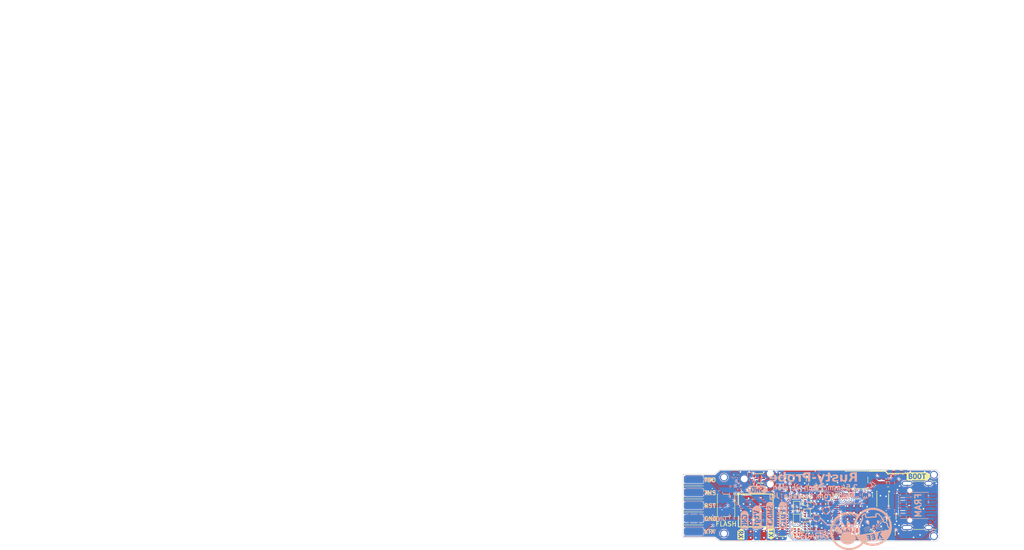
<source format=kicad_pcb>
(kicad_pcb (version 20221018) (generator pcbnew)
  (title_block (title "rs-probe-handy-jig") (date "2024-02-10"))
  (layers (0 "F.Cu" signal) (1 "In1.Cu" signal) (2 "In2.Cu" signal) (31 "B.Cu" signal) (34 "B.Paste" user) (35 "F.Paste" user) (36 "B.SilkS" user "B.Silkscreen") (37 "F.SilkS" user "F.Silkscreen") (38 "B.Mask" user) (39 "F.Mask" user) (44 "Edge.Cuts" user))
  (net 0 "")
  (net 1 "Net-(D1-RK)")
  (net 2 "Net-(D1-GK)")
  (net 3 "Net-(D1-BK)")
  (net 4 "Net-(D3-A)")
  (net 5 "GND")
  (net 6 "+3.3V")
  (net 7 "+5V")
  (net 8 "/T_~{RESET}")
  (net 9 "/T_GNDDetect")
  (net 10 "/T_VCP_RX")
  (net 11 "/T_VCP_TX")
  (net 12 "Net-(J1-CC1)")
  (net 14 "Net-(J1-CC2)")
  (net 15 "/LED1")
  (net 16 "/LED2")
  (net 17 "/LED3")
  (net 18 "/P_SWCLK")
  (net 19 "/P_SWDIO")
  (net 20 "/T_SWO_TDO")
  (net 21 "/T_SWDIO_TMS")
  (net 22 "/T_SWDCLK_JCLK")
  (net 23 "/T_TDI")
  (net 24 "/T_VCC")
  (net 25 "/T_VCC_EN")
  (net 26 "/T_VCC_MEAS")
  (net 27 "/D_FS_N")
  (net 28 "/D_FS_P")
  (net 29 "/GPIO2")
  (net 30 "/GPIO1")
  (net 31 "/PROTECTED_5V")
  (net 33 "/5V_KEY")
  (net 34 "/5V_KEY_EN")
  (net 35 "/ADJ_T")
  (net 36 "/VS_T")
  (net 37 "/TRANS_VCC")
  (net 38 "/FUSED_5V")
  (net 39 "+1V1")
  (net 40 "Net-(C5-Pad1)")
  (net 41 "/D_P")
  (net 42 "/D_N")
  (net 43 "/PWM_VS")
  (net 44 "Net-(R2-Pad2)")
  (net 45 "/VCP_RX")
  (net 47 "/DIR_VCP_RX")
  (net 48 "/VCP_TX")
  (net 50 "/DIR_VCP_TX")
  (net 51 "/~{RESET}")
  (net 52 "/GNDDetect")
  (net 53 "Net-(Q1A-D1)")
  (net 54 "Net-(U3-~{CS})")
  (net 55 "Net-(X1-Tri-State)")
  (net 56 "Net-(U12-ADJ{slash}NC)")
  (net 57 "/TDI")
  (net 58 "/SWO_TDO")
  (net 59 "/SWDCLK_JCLK")
  (net 60 "/SWDIO_TMS")
  (net 61 "/DIR_TDI")
  (net 62 "/DIR_SWO_TDO")
  (net 63 "/DIR_SWDCLK_JCLK")
  (net 64 "/DIR_SWDIO_TMS")
  (net 65 "/ADJ2_T")
  (net 66 "Net-(U1-B)")
  (net 67 "Net-(C23-Pad1)")
  (net 68 "Net-(U2-B)")
  (net 69 "Net-(U3-DO(IO1))")
  (net 70 "Net-(U3-IO2)")
  (net 71 "Net-(U3-DI(IO0))")
  (net 72 "Net-(U3-CLK)")
  (net 73 "Net-(U3-IO3)")
  (net 74 "/VS2_T")
  (net 75 "/PWM2_VS")
  (net 76 "Net-(C29-Pad1)")
  (net 77 "Net-(U4-5A)")
  (net 78 "Net-(U4-6A)")
  (net 79 "Net-(U10-B)")
  (net 80 "Net-(U11-B)")
  (net 84 "Net-(U6-XIN)")
  (net 87 "/T_VCC_PROTECT")
  (net 88 "Net-(R31-Pad2)")
  (net 89 "/FRAM_SDA")
  (net 90 "/FRAM_SCL")
  (footprint "connectors:PinHeader_2x05_FTSH-105-01-L-DV-K" (layer "F.Cu") (at 144.2 94)
    (fp_text reference "U5" hide)
    (fp_text value "CortexDebug" hide)
  )
  (footprint "connectors:USB_C_Receptacle_USB4105" (layer "F.Cu") (at 176.9 93 90)
    (fp_text reference "J1" hide)
    (fp_text value "USB_C_Receptacle_USB2.0" hide)
  )
  (footprint "dfn:DFN-16-1EP_1.6x4mm_P0.5mm" (layer "F.Cu") (at 149.4 96.8 180)
    (fp_text reference "U4" hide)
    (fp_text value "NUF8401MNT4G")
  )
  (footprint "passive:R_0402" (layer "F.Cu") (at 170.6 87.25)
    (fp_text reference "R29" hide)
    (fp_text value "5.1k")
  )
  (footprint "passive:R_0402" (layer "F.Cu") (at 148.425 92.1)
    (fp_text reference "R9" hide)
    (fp_text value "47k")
  )
  (footprint "passive:R_0402" (layer "F.Cu") (at 170.7 90.6 90)
    (fp_text reference "R2" hide)
    (fp_text value "1k")
  )
  (footprint "qfn:RP2040-QFN-56" (layer "F.Cu") (at 163.4 94.4 -90)
    (fp_text reference "U6" hide)
    (fp_text value "RP2040")
  )
  (footprint "passive:R_0402" (layer "F.Cu") (at 156.4 91.1 -90)
    (fp_text reference "R17" hide)
    (fp_text value "1k")
  )
  (footprint "Package_DFN_QFN_Extended:X2-DFN1410-6" (layer "F.Cu") (at 152.2 93.1 180)
    (fp_text reference "U10" hide)
    (fp_text value "74LVC1T45FZ4-7")
  )
  (footprint "passive:C_0402" (layer "F.Cu") (at 163.4 99.2 180)
    (fp_text reference "C22" hide)
    (fp_text value "0.1u")
  )
  (footprint "kibuzzard-61EE8014" (layer "F.Cu") (at 176 87.3)
    (fp_text reference "kibuzzard-61EE8014" hide)
    (fp_text value "G***" hide)
  )
  (footprint "Diode_SMD:D_0402_1005Metric" (layer "F.Cu") (at 156.4 86.9 180)
    (fp_text reference "D2" hide)
    (fp_text value "20V")
  )
  (footprint "passive:C_0402" (layer "F.Cu") (at 154.7 90.65)
    (fp_text reference "C25" hide)
    (fp_text value "2.2u")
  )
  (footprint "" (layer "F.Cu") (at 179 99)
    (fp_text reference "TH4" hide)
    (fp_text value "Tooling Hole" hide)
  )
  (footprint "passive:C_0402" (layer "F.Cu") (at 159.9 89.5 90)
    (fp_text reference "C13" hide)
    (fp_text value "0.1u")
  )
  (footprint "passive:C_0402" (layer "F.Cu") (at 156 92.8)
    (fp_text reference "C18" hide)
    (fp_text value "0.1u")
  )
  (footprint "passive:R_0402" (layer "F.Cu") (at 156.3 98.9 90)
    (fp_text reference "R8" hide)
    (fp_text value "5.1k")
  )
  (footprint "passive:R_0402" (layer "F.Cu") (at 148.425 93 180)
    (fp_text reference "R11" hide)
    (fp_text value "47k")
  )
  (footprint "passive:C_0402" (layer "F.Cu") (at 156 96.2)
    (fp_text reference "C17" hide)
    (fp_text value "0.1u")
  )
  (footprint "passive:R_0402" (layer "F.Cu") (at 153.05 89.2 180)
    (fp_text reference "R13" hide)
    (fp_text value "17.4k")
  )
  (footprint "kikit:Tab" (layer "F.Cu") (at 180 93 180)
    (fp_text reference "T2" hide)
    (fp_text value "Tab")
  )
  (footprint "passive:C_0402" (layer "F.Cu") (at 157.9 93.7 180)
    (fp_text reference "C1" hide)
    (fp_text value "0.1u")
  )
  (footprint "sot:SOT-563" (layer "F.Cu") (at 145.1 87.7)
    (fp_text reference "Q1" hide)
    (fp_text value "NTZD3155C" hide)
  )
  (footprint "Package_DFN_QFN_Extended:X2-DFN1410-6" (layer "F.Cu") (at 152.2 95.6 180)
    (fp_text reference "U8" hide)
    (fp_text value "74LVC1T45FZ4-7")
  )
  (footprint "passive:C_0402" (layer "F.Cu") (at 161.7 99.2 180)
    (fp_text reference "C3" hide)
    (fp_text value "2.2u")
  )
  (footprint "passive:R_0402" (layer "F.Cu") (at 148.9 89.1)
    (fp_text reference "R16" hide)
    (fp_text value "47k")
  )
  (footprint "passive:C_0402" (layer "F.Cu") (at 149.4 87.7 -90)
    (fp_text reference "C26" hide)
    (fp_text value "2.2u")
  )
  (footprint "passive:C_0402" (layer "F.Cu") (at 155.225 87.825 180)
    (fp_text reference "C24" hide)
    (fp_text value "2.2u")
  )
  (footprint "passive:C_0402" (layer "F.Cu") (at 169.2 87.3 -90)
    (fp_text reference "C23" hide)
    (fp_text value "0.1u")
  )
  (footprint "passive:C_0402" (layer "F.Cu") (at 168.3 87.3 -90)
    (fp_text reference "C28" hide)
    (fp_text value "0.1u")
  )
  (footprint "passive:C_0402" (layer "F.Cu") (at 154 99.3)
    (fp_text reference "C16" hide)
    (fp_text value "0.1u")
  )
  (footprint "passive:C_0402" (layer "F.Cu") (at 170.3 96.7)
    (fp_text reference "C6" hide)
    (fp_text value "2.2u")
  )
  (footprint "kibuzzard-6228D4B3" (layer "F.Cu") (at 141.3 98.6 -90)
    (fp_text reference "kibuzzard-6228D4B3" hide)
    (fp_text value "G***" hide)
  )
  (footprint "Package_DFN_QFN:DFN-6-1EP_1.2x1.2mm_P0.4mm_EP0.3x0.94mm_PullBack" (layer "F.Cu") (at 153.365 87.7 90)
    (fp_text reference "U14" hide)
    (fp_text value "NCP133AMXADJTCG" hide)
  )
  (footprint "passive:C_0402" (layer "F.Cu") (at 152.1 87.65 -90)
    (fp_text reference "C2" hide)
    (fp_text value "2.2u")
  )
  (footprint "passive:C_0402" (layer "F.Cu") (at 150.6 90.55 90)
    (fp_text reference "C27" hide)
    (fp_text value "2.2u")
  )
  (footprint "passive:R_0402" (layer "F.Cu") (at 175.15 98.75 180)
    (fp_text reference "R4" hide)
    (fp_text value "5.1k")
  )
  (footprint "passive:C_0402" (layer "F.Cu") (at 151.45 89.55 90)
    (fp_text reference "C21" hide)
    (fp_text value "2.2u")
  )
  (footprint "Package_DFN_QFN_Extended:X2-DFN1410-6" (layer "F.Cu") (at 154.2 94.6 180)
    (fp_text reference "U9" hide)
    (fp_text value "74LVC1T45FZ4-7")
  )
  (footprint "LED_SMD:LED_LiteOn_LTST-C19HE1WT" (layer "F.Cu") (at 170.5 98.5 180)
    (fp_text reference "D1" hide)
    (fp_text value "LTST-C19HE1WT")
  )
  (footprint "passive:C_0402" (layer "F.Cu") (at 168.6 96.5)
    (fp_text reference "C4" hide)
    (fp_text value "2.2u")
  )
  (footprint "passive:R_0402" (layer "F.Cu") (at 148.9 90)
    (fp_text reference "R14" hide)
    (fp_text value "47k")
  )
  (footprint "passive:R_0402" (layer "F.Cu") (at 156.75 89.3 -90)
    (fp_text reference "R21" hide)
    (fp_text value "47k")
  )
  (footprint "kikit:Tab" (layer "F.Cu") (at 2.9 1.15)
    (fp_text reference "T1" hide)
    (fp_text value "Tab")
  )
  (footprint "son:USON-8-3x2mm-EP" (layer "F.Cu") (at 169 91.7 -90)
    (fp_text reference "U3" hide)
    (fp_text value "IS25WP016D-JULE-TR")
  )
  (footprint "tc-custom:TC2050-ProbeMod" (layer "F.Cu") (at 132.1 93)
    (fp_text reference "J2" hide)
    (fp_text value "Conn_02x05_Odd_Even")
  )
  (footprint "passive:R_0402" (layer "F.Cu") (at 157.65 89.3 -90)
    (fp_text reference "R25" hide)
    (fp_text value "15k")
  )
  (footprint "passive:R_0402" (layer "F.Cu") (at 148.5 87.7 -90)
    (fp_text reference "R15" hide)
    (fp_text value "17.4k")
  )
  (footprint "passive:C_0402" (layer "F.Cu") (at 150.8 93.5 90)
    (fp_text reference "C15" hide)
    (fp_text value "0.1u")
  )
  (footprint "sot:SOT-563" (layer "F.Cu") (at 170.7 95.1 90)
    (fp_text reference "U7" hide)
    (fp_text value "NUF2042XV6T1G")
  )
  (footprint "passive:R_0402" (layer "F.Cu") (at 143 89.1 180)
    (fp_text reference "R10" hide)
    (fp_text value "1Meg")
  )
  (footprint "passive:C_0402" (layer "F.Cu") (at 156 97.6)
    (fp_text reference "C19" hide)
    (fp_text value "0.1u")
  )
  (footprint "kikit:Tab" (layer "F.Cu") (at 130 93)
    (fp_text reference "T1" hide)
    (fp_text value "Tab")
  )
  (footprint "passive:R_0402" (layer "F.Cu") (at 139.9 87.8 -90)
    (fp_text reference "R31" hide)
    (fp_text value "1k")
  )
  (footprint "" (layer "F.Cu") (at 138 98.5)
    (fp_text reference "TH3" hide)
    (fp_text value "Tooling Hole" hide)
  )
  (footprint "passive:R_0402" (layer "F.Cu") (at 140.9 87.8 -90)
    (fp_text reference "R23" hide)
    (fp_text value "1Meg")
  )
  (footprint "kibuzzard-6228D4CF" (layer "F.Cu") (at 147.2 98.6 -90)
    (fp_text reference "kibuzzard-6228D4CF" hide)
    (fp_text value "G***" hide)
  )
  (footprint "Package_DFN_QFN:DFN-6-1EP_1.2x1.2mm_P0.4mm_EP0.3x0.94mm_PullBack" (layer "F.Cu") (at 150.85 87.7 90)
    (fp_text reference "U13" hide)
    (fp_text value "NCP133AMXADJTCG" hide)
  )
  (footprint "Package_DFN_QFN_Extended:X2-DFN1410-6" (layer "F.Cu") (at 152.2 98.1 180)
    (fp_text reference "U1" hide)
    (fp_text value "74LVC1T45FZ4-7")
  )
  (footprint "MountingHole:MountingHole_2.2mm_M2_DIN965_Pad_TopOnly" (layer "F.Cu") (at 138 87.5)
    (fp_text reference "TH1" hide)
    (fp_text value "MountingHole_2.2mm_M2_DIN965_Pad_TopOnly")
  )
  (footprint "connectors:pad_1.5x2.0mm" (layer "F.Cu") (at 142.96 98.8)
    (fp_text reference "J10" hide)
    (fp_text value "Conn_01x01" hide)
  )
  (footprint "passive:R_0402" (layer "F.Cu") (at 165.1 99.2 180)
    (fp_text reference "R6" hide)
    (fp_text value "1k")
  )
  (footprint "passive:R_0402" (layer "F.Cu") (at 168.6 98.5 180)
    (fp_text reference "R7" hide)
    (fp_text value "1k")
  )
  (footprint "Package_DFN_QFN_Extended:X2-DFN1410-6" (layer "F.Cu") (at 154.2 92.1 180)
    (fp_text reference "U11" hide)
    (fp_text value "74LVC1T45FZ4-7")
  )
  (footprint "connectors:pad_1.5x2.0mm" (layer "F.Cu") (at 145.5 98.8)
    (fp_text reference "J11" hide)
    (fp_text value "Conn_01x01" hide)
  )
  (footprint "passive:R_0402" (layer "F.Cu") (at 159 98.9 90)
    (fp_text reference "R1" hide)
    (fp_text value "17.4k")
  )
  (footprint "passive:C_0402" (layer "F.Cu") (at 158.3 95.5 180)
    (fp_text reference "C10" hide)
    (fp_text value "0.1u")
  )
  (footprint "MountingHole:MountingHole_2.2mm_M2_DIN965_Pad_TopOnly" (layer "F.Cu") (at 179 87)
    (fp_text reference "TH2" hide)
    (fp_text value "MountingHole_2.2mm_M2_DIN965_Pad_TopOnly")
  )
  (footprint "passive:R_0402" (layer "F.Cu") (at 153.05 90.05 180)
    (fp_text reference "R12" hide)
    (fp_text value "47k")
  )
  (footprint "passive:C_0402" (layer "F.Cu") (at 168.6 94.2)
    (fp_text reference "C7" hide)
    (fp_text value "0.1u")
  )
  (footprint "passive:R_0402" (layer "F.Cu") (at 148.7 94.1 180)
    (fp_text reference "R22" hide)
    (fp_text value "1Meg")
  )
  (footprint "passive:C_0402" (layer "F.Cu") (at 156 95.2)
    (fp_text reference "C20" hide)
    (fp_text value "0.1u")
  )
  (footprint "passive:C_0402" (layer "F.Cu") (at 168.6 97.6)
    (fp_text reference "C11" hide)
    (fp_text value "0.1u")
  )
  (footprint "passive:C_0402" (layer "F.Cu") (at 170.7 92.8 90)
    (fp_text reference "C14" hide)
    (fp_text value "0.1u")
  )
  (footprint "Diode_SMD:D_0402_1005Metric" (layer "F.Cu") (at 149.1 91.15)
    (fp_text reference "D3" hide)
    (fp_text value "20V")
  )
  (footprint "passive:R_0402" (layer "F.Cu") (at 151.85 91.35 180)
    (fp_text reference "R27" hide)
    (fp_text value "47k")
  )
  (footprint "kikit:Tab" (layer "F.Cu") (at 2.9 4.45)
    (fp_text reference "T2" hide)
    (fp_text value "Tab")
  )
  (footprint "passive:R_0402" (layer "F.Cu") (at 141.45 90.05)
    (fp_text reference "R18" hide)
    (fp_text value "1Meg")
  )
  (footprint "Button_Switch_SMD_Extended:SW_SPST_TS-1145A" (layer "F.Cu") (at 138.4 93 90)
    (fp_text reference "SW2" hide)
    (fp_text value "TS-1145A-C-B" hide)
  )
  (footprint "passive:R_0402" (layer "F.Cu") (at 145.2 89.1)
    (fp_text reference "R20" hide)
    (fp_text value "5.1k")
  )
  (footprint "passive:C_0402" (layer "F.Cu") (at 157.2 98.9 90)
    (fp_text reference "C8" hide)
    (fp_text value "0.1u")
  )
  (footprint "Fuse:Fuse_0603_1608Metric" (layer "F.Cu") (at 170.05 88.85 180)
    (fp_text reference "F1" hide)
    (fp_text value "Fuse_Small" hide)
  )
  (footprint "passive:R_0402" (layer "F.Cu") (at 166.9 99.1 180)
    (fp_text reference "R5" hide)
    (fp_text value "1k")
  )
  (footprint "Package_DFN_QFN_Extended:X2-DFN1410-6" (layer "F.Cu") (at 154.2 97.1 180)
    (fp_text reference "U2" hide)
    (fp_text value "74LVC1T45FZ4-7")
  )
  (footprint "passive:R_0402" (layer "F.Cu") (at 143.3 87.7 -90)
    (fp_text reference "R19" hide)
    (fp_text value "47k")
  )
  (footprint "passive:C_0402" (layer "F.Cu") (at 158.3 94.6 180)
    (fp_text reference "C9" hide)
    (fp_text value "0.1u")
  )
  (footprint "crystals:Crystal_SMD_2520-4Pin_2.5x2.0mm" (layer "F.Cu") (at 158.1 91.8 -90)
    (fp_text reference "X1" hide)
    (fp_text value "12 MHz")
  )
  (footprint "passive:C_0402" (layer "F.Cu") (at 158.1 87.325 90)
    (fp_text reference "C30" hide)
    (fp_text value "2.2u")
  )
  (footprint "passive:R_0402" (layer "F.Cu") (at 173.15 98.75 180)
    (fp_text reference "R3" hide)
    (fp_text value "5.1k")
  )
  (footprint "passive:C_0402" (layer "F.Cu") (at 159.9 87.325 90)
    (fp_text reference "C29" hide)
    (fp_text value "2.2u")
  )
  (footprint "Package_DFN_QFN:DFN-6-1EP_1.2x1.2mm_P0.4mm_EP0.3x0.94mm_PullBack" (layer "F.Cu") (at 155.25 89.175 90)
    (fp_text reference "U12" hide)
    (fp_text value "NCP133AMXADJTCG")
  )
  (footprint "Button_Switch_SMD_Extended:SW_SPST_TS-1145A" (layer "F.Cu") (at 163.9 88)
    (fp_text reference "SW1" hide)
    (fp_text value "TS-1145A-C-B" hide)
  )
  (footprint "passive:C_0402" (layer "F.Cu") (at 158.1 98.9 90)
    (fp_text reference "C5" hide)
    (fp_text value "0.1u")
  )
  (footprint "passive:R_0402" (layer "F.Cu") (at 159 88.525 -90)
    (fp_text reference "FB1" hide)
    (fp_text value "BLM15AX601SN1D")
  )
  (footprint "passive:R_0402" (layer "F.Cu") (at 149.65 92.55 -90)
    (fp_text reference "R26" hide)
    (fp_text value "1Meg")
  )
  (footprint "passive:R_0402" (layer "F.Cu") (at 172.3 87.25)
    (fp_text reference "R28" hide)
    (fp_text value "17.4k")
  )
  (footprint "passive:C_0402" (layer "F.Cu") (at 168.6 95.1)
    (fp_text reference "C12" hide)
    (fp_text value "0.1u")
  )
  (footprint "passive:R_0402" (layer "F.Cu") (at 141.25 89.1 180)
    (fp_text reference "R24" hide)
    (fp_text value "1Meg")
  )
  (footprint "connectors:1x3_1.5mm_castellated" (layer "B.Cu") (at 170.4 86 90)
    (fp_text reference "J4" hide)
    (fp_text value "Castellated Vias" hide)
  )
  (footprint "Connector:Tag-Connect_TC2030-IDC-NL_2x03_P1.27mm_Vertical" (layer "B.Cu") (at 144.5 87.8)
    (fp_text reference "J5" hide)
    (fp_text value "tag-connect-swd")
  )
  (footprint "kibuzzard-61FE7ECB" (layer "B.Cu") (at 144.5 89.9 180)
    (fp_text reference "kibuzzard-61FE7ECB" hide)
    (fp_text value "G***" hide)
  )
  (footprint "TestPoint:TestPoint_Pad_D1.0mm" (layer "B.Cu") (at 154.9 93 180)
    (fp_text reference "TP1" hide)
    (fp_text value "TestPoint")
  )
  (footprint "kibuzzard-61FE8092" (layer "B.Cu") (at 144.45 95.3 -90)
    (fp_text reference "kibuzzard-61FE8092" hide)
    (fp_text value "G***" hide)
  )
  (footprint "passive:C_0402" (layer "B.Cu") (at 178.7 96.25 180)
    (fp_text reference "C31" hide)
    (fp_text value "0.1u")
  )
  (footprint "TestPoint:TestPoint_Pad_D1.0mm" (layer "B.Cu") (at 158 94 180)
    (fp_text reference "TP3" hide)
    (fp_text value "TestPoint")
  )
  (footprint "TestPoint:TestPoint_Pad_D1.0mm" (layer "B.Cu") (at 158.3 91.5 180)
    (fp_text reference "TP4" hide)
    (fp_text value "TestPoint")
  )
  (footprint "passive:R_0603" (layer "B.Cu") (at 163.925 91.525 90)
    (fp_text reference "R32" hide)
    (fp_text value "3.3kΩ 1608")
  )
  (footprint "Symbol_Extended:LamudaEE-12.3x7.6mm" (layer "B.Cu") (at 164.75 97.6 -170)
    (fp_text reference "SYM1" hide)
    (fp_text value "SYM_Arrow45_Normal" hide)
  )
  (footprint "TestPoint:TestPoint_Pad_D1.0mm" (layer "B.Cu") (at 156.1 95.5 180)
    (fp_text reference "TP2" hide)
    (fp_text value "TestPoint")
  )
  (footprint "passive:R_0402" (layer "B.Cu") (at 137.7 93)
    (fp_text reference "R30" hide)
    (fp_text value "0Ω")
  )
  (footprint "kibuzzard-61FE8065" (layer "B.Cu") (at 142 95.8 -90)
    (fp_text reference "kibuzzard-61FE8065" hide)
    (fp_text value "G***" hide)
  )
  (footprint "connectors:pad_1.5x2.0mm" (layer "B.Cu") (at 149.5 98.8 180)
    (fp_text reference "J8" hide)
    (fp_text value "Conn_01x01" hide)
  )
  (footprint "kibuzzard-61FE80BD" (layer "B.Cu") (at 149.5 94.9 -90)
    (fp_text reference "kibuzzard-61FE80BD" hide)
    (fp_text value "G***" hide)
  )
  (footprint "connectors:pad_1.5x2.0mm" (layer "B.Cu") (at 144.46 98.8 180)
    (fp_text reference "J7" hide)
    (fp_text value "Conn_01x01" hide)
  )
  (footprint "passive:R_0603" (layer "B.Cu") (at 165.575 91.525 90)
    (fp_text reference "R33" hide)
    (fp_text value "3.3kΩ 1608")
  )
  (footprint "connectors:pad_1.5x2.0mm" (layer "B.Cu") (at 140.1 87 180)
    (fp_text reference "J12" hide)
    (fp_text value "Conn_01x01" hide)
  )
  (footprint "connectors:pad_1.5x2.0mm" (layer "B.Cu") (at 141.95 98.8 180)
    (fp_text reference "J6" hide)
    (fp_text value "Conn_01x01" hide)
  )
  (footprint "connectors:pad_1.5x2.0mm" (layer "B.Cu") (at 147 98.8 180)
    (fp_text reference "J9" hide)
    (fp_text value "Conn_01x01" hide)
  )
  (footprint "Package_SO:SOIC-8_3.9x4.9mm_P1.27mm" (layer "B.Cu") (at 175.95 93)
    (fp_text reference "U15" hide)
    (fp_text value "FM24V02A-GTR")
  )
  (footprint "kibuzzard-61FE80B0" (layer "B.Cu") (at 147 94.9 -90)
    (fp_text reference "kibuzzard-61FE80B0" hide)
    (fp_text value "G***" hide)
  )
  (gr_line (start 147.6 97.165) (end 140.8 97.165) (stroke (width 0.2)) (layer "F.SilkS"))
  (gr_line (start 173.8 86.65) (end 173.8 87.95) (stroke (width 0.265)) (layer "F.SilkS"))
  (gr_line (start 169.5 86.3) (end 169.95 86.75) (stroke (width 0.2)) (layer "F.SilkS"))
  (gr_line (start 147.6 90.765) (end 147.6 97.165) (stroke (width 0.2)) (layer "F.SilkS"))
  (gr_line (start 166.35 86.3) (end 169.5 86.3) (stroke (width 0.2)) (layer "F.SilkS"))
  (gr_line (start 140.8 97.165) (end 140.8 95.065) (stroke (width 0.2)) (layer "F.SilkS"))
  (gr_line (start 140.8 90.765) (end 147.6 90.765) (stroke (width 0.2)) (layer "F.SilkS"))
  (gr_circle (center 140.8 90.765) (end 141 90.765) (stroke (width 0.15)) (fill solid) (layer "F.SilkS"))
  (gr_line (start 140.8 92.865) (end 140.8 90.765) (stroke (width 0.2)) (layer "F.SilkS"))
  (gr_line (start 169.95 86.75) (end 173.7 86.75) (stroke (width 0.2)) (layer "F.SilkS"))
  (gr_line (start 136.2 99.3) (end 137.2 100) (stroke (width 0.1)) (layer "Edge.Cuts"))
  (gr_line (start 179.5 100) (end 137.2 100) (stroke (width 0.1)) (layer "Edge.Cuts"))
  (gr_line (start 130 99.3) (end 130 86.9) (stroke (width 0.1)) (layer "Edge.Cuts"))
  (gr_line (start 180 99.5) (end 179.5 100) (stroke (width 0.1)) (layer "Edge.Cuts"))
  (gr_line (start 137.2 86) (end 179.5 86) (stroke (width 0.1)) (layer "Edge.Cuts"))
  (gr_line (start 136.2 99.3) (end 130 99.3) (stroke (width 0.1)) (layer "Edge.Cuts"))
  (gr_line (start 179.5 86) (end 180 86.5) (stroke (width 0.1)) (layer "Edge.Cuts"))
  (gr_line (start 136.2 86.9) (end 137.2 86) (stroke (width 0.1)) (layer "Edge.Cuts"))
  (gr_line (start 136.2 86.9) (end 130 86.9) (stroke (width 0.1)) (layer "Edge.Cuts"))
  (gr_line (start 180 86.5) (end 180 99.5) (stroke (width 0.1)) (layer "Edge.Cuts"))
  (gr_text "GNDdet" (at 134.055 96.075) (layer "B.SilkS") (effects (font (size 0.8 0.8) (thickness 0.153) bold) (justify right bottom mirror)))
  (gr_text "Rusty-Probe " (at 164.2 87.6) (layer "B.SilkS") (effects (font (size 1.8 1.8) (thickness 0.25) bold) (justify left mirror)))
  (gr_text "2.54mm Pitch version \nMod from Lambda Jig" (at 146.6 90.3) (layer "B.SilkS") (effects (font (size 1 1) (thickness 0.2) bold) (justify right mirror)))
  (gr_text "TDI" (at 134.055 88.5) (layer "B.SilkS") (effects (font (size 0.8 0.8) (thickness 0.153) bold) (justify right bottom mirror)))
  (gr_text "VCC" (at 134.055 93.55) (layer "B.SilkS") (effects (font (size 0.8 0.8) (thickness 0.153) bold) (justify right bottom mirror)))
  (gr_text "FRAM" (at 176.65 90.5 90) (layer "B.SilkS") (effects (font (size 1.21 1.21) (thickness 0.25) bold) (justify left bottom mirror)))
  (gr_text "20240321" (at 158.675 98.925) (layer "B.SilkS") (effects (font (size 1 1) (thickness 0.2) bold) (justify left mirror)))
  (gr_text "CLK" (at 134.055 91.025) (layer "B.SilkS") (effects (font (size 0.8 0.8) (thickness 0.153) bold) (justify right bottom mirror)))
  (gr_text "VRX" (at 134.055 98.6) (layer "B.SilkS") (effects (font (size 0.8 0.8) (thickness 0.153) bold) (justify right bottom mirror)))
  (gr_text "VTX" (at 134.055 98.6) (layer "F.SilkS") (effects (font (size 0.8 0.8) (thickness 0.153) bold) (justify left bottom)))
  (gr_text "TDO" (at 134.055 88.5) (layer "F.SilkS") (effects (font (size 0.8 0.8) (thickness 0.153) bold) (justify left bottom)))
  (gr_text "TMS" (at 134.055 91.025) (layer "F.SilkS") (effects (font (size 0.8 0.8) (thickness 0.153) bold) (justify left bottom)))
  (gr_text "GND" (at 134.055 96.075) (layer "F.SilkS") (effects (font (size 0.8 0.8) (thickness 0.153) bold) (justify left bottom)))
  (gr_text "RST" (at 134.055 93.55) (layer "F.SilkS") (effects (font (size 0.8 0.8) (thickness 0.153) bold) (justify left bottom)))
  (gr_text "FLASH" (at 138.4 97.15) (layer "F.SilkS") (effects (font (size 0.9 0.9) (thickness 0.153) bold) (justify bottom)))
  (segment (start 170.925 98.725) (end 170.925 99.225) (width 0.1) (layer "F.Cu") (net 1))
  (segment (start 170.8 98.6) (end 170.925 98.725) (width 0.1) (layer "F.Cu") (net 1))
  (segment (start 169.3 99.1) (end 169.532164 98.867836) (width 0.1) (layer "F.Cu") (net 1))
  (segment (start 167.35 99.1) (end 169.3 99.1) (width 0.1) (layer "F.Cu") (net 1))
  (segment (start 169.532164 98.7) (end 169.632164 98.6) (width 0.1) (layer "F.Cu") (net 1))
  (segment (start 169.632164 98.6) (end 170.8 98.6) (width 0.1) (layer "F.Cu") (net 1))
  (segment (start 169.532164 98.867836) (end 169.532164 98.7) (width 0.1) (layer "F.Cu") (net 1))
  (segment (start 170.075 99.6) (end 170.075 99.225) (width 0.1) (layer "F.Cu") (net 2))
  (segment (start 165.55 99.2) (end 165.95 99.6) (width 0.1) (layer "F.Cu") (net 2))
  (segment (start 165.95 99.6) (end 170.075 99.6) (width 0.1) (layer "F.Cu") (net 2))
  (segment (start 169.35 98.5) (end 170.075 97.775) (width 0.1) (layer "F.Cu") (net 3))
  (segment (start 169.05 98.5) (end 169.35 98.5) (width 0.1) (layer "F.Cu") (net 3))
  (segment (start 149.7 91.15) (end 149.585 91.15) (width 0.3) (layer "F.Cu") (net 4))
  (segment (start 150.1 91.55) (end 149.7 91.15) (width 0.3) (layer "F.Cu") (net 4))
  (segment (start 150.02 88.34) (end 150.185 88.175) (width 0.2) (layer "F.Cu") (net 4))
  (segment (start 150.185 88.175) (end 150.45 88.175) (width 0.2) (layer "F.Cu") (net 4))
  (via (at 150.1 91.55) (size 0.45) (drill 0.3) (layers "F.Cu" "B.Cu") (net 4))
  (via (at 150.02 88.34) (size 0.45) (drill 0.3) (layers "F.Cu" "B.Cu") (net 4))
  (segment (start 169.05 96.75) (end 168.7 97.1) (width 0.2) (layer "F.Cu") (net 5))
  (segment (start 143.35 87.2) (end 143.3 87.25) (width 0.1) (layer "F.Cu") (net 5))
  (segment (start 169.65 91.225) (end 169.65 91.3) (width 0.2) (layer "F.Cu") (net 5))
  (segment (start 171.8 89.1) (end 172.45 89.75) (width 0.2) (layer "F.Cu") (net 5))
  (segment (start 156.30035 92.2) (end 156.4 92.2) (width 0.2) (layer "F.Cu") (net 5))
  (segment (start 149.45 94.4) (end 149.7 94.4) (width 0.1) (layer "F.Cu") (net 5))
  (segment (start 150.85 87.225) (end 150.85 87.7) (width 0.2) (layer "F.Cu") (net 5))
  (segment (start 157.212878 94.397122) (end 157.212878 94.583254) (width 0.2) (layer "F.Cu") (net 5))
  (segment (start 169.2 87.75) (end 168.3 87.75) (width 0.2) (layer "F.Cu") (net 5))
  (segment (start 161.325 93.4) (end 161.85 93.4) (width 0.1) (layer "F.Cu") (net 5))
  (segment (start 160.825 99.7) (end 162.45 99.7) (width 0.1) (layer "F.Cu") (net 5))
  (segment (start 170.45 95.3) (end 171.534994 95.3) (width 0.3) (layer "F.Cu") (net 5))
  (segment (start 149.65 92.1) (end 149.2 91.65) (width 0.1) (layer "F.Cu") (net 5))
  (segment (start 140.9 86.75) (end 140.9 87.35) (width 0.1) (layer "F.Cu") (net 5))
  (segment (start 158.18 88.86) (end 158.17 88.85) (width 0.2) (layer "F.Cu") (net 5))
  (segment (start 154.275 89.175) (end 153.75 88.65) (width 0.3) (layer "F.Cu") (net 5))
  (segment (start 156.45 94.65) (end 156.4 94.6) (width 0.2) (layer "F.Cu") (net 5))
  (segment (start 160.8 99.2) (end 161.25 99.2) (width 0.2) (layer "F.Cu") (net 5))
  (segment (start 169.05 96.5) (end 169.05 96.75) (width 0.2) (layer "F.Cu") (net 5))
  (segment (start 160.2 88.54) (end 160.2 88.75) (width 0.2) (layer "F.Cu") (net 5))
  (segment (start 142.225 88.575) (end 141.7 89.1) (width 0.1) (layer "F.Cu") (net 5))
  (segment (start 157.45 93.7) (end 157.45 92.8) (width 0.2) (layer "F.Cu") (net 5))
  (segment (start 147.975 93.315) (end 147.975 93) (width 0.1) (layer "F.Cu") (net 5))
  (segment (start 150.85 87.7) (end 149.85 87.7) (width 0.3) (layer "F.Cu") (net 5))
  (segment (start 155.44 91.76) (end 155.1 92.1) (width 0.15) (layer "F.Cu") (net 5))
  (segment (start 151.45 88.75) (end 152.1 88.1) (width 0.3) (layer "F.Cu") (net 5))
  (segment (start 162.45 99.7) (end 162.95 99.2) (width 0.1) (layer "F.Cu") (net 5))
  (segment (start 169.05 97.6) (end 169.05 97.45) (width 0.2) (layer "F.Cu") (net 5))
  (segment (start 169.05 97.45) (end 168.7 97.1) (width 0.2) (layer "F.Cu") (net 5))
  (segment (start 161.325 95.35) (end 161.325 93.4) (width 0.2) (layer "F.Cu") (net 5))
  (segment (start 142.675 88.575) (end 142.225 88.575) (width 0.1) (layer "F.Cu") (net 5))
  (segment (start 171.8 88.6) (end 171.8 89.1) (width 0.2) (layer "F.Cu") (net 5))
  (segment (start 169.5 94.2) (end 169.7 94) (width 0.2) (layer "F.Cu") (net 5))
  (segment (start 152.5 87.7) (end 152.1 88.1) (width 0.3) (layer "F.Cu") (net 5))
  (segment (start 157.85 95.55) (end 158.3 96) (width 0.2) (layer "F.Cu") (net 5))
  (segment (start 151.7 87.7) (end 152.1 88.1) (width 0.3) (layer "F.Cu") (net 5))
  (segment (start 153.2 96.1) (end 153.2 96.2) (width 0.2) (layer "F.Cu") (net 5))
  (segment (start 149.9 87.7) (end 149.95 87.75) (width 0.3) (layer "F.Cu") (net 5))
  (segment (start 149.4 88.15) (end 148.5 87.25) (width 0.3) (layer "F.Cu") (net 5))
  (segment (start 159.9 86.875) (end 159.5 86.875) (width 0.3) (layer "F.Cu") (net 5))
  (segment (start 155.25 89.175) (end 154.275 89.175) (width 0.3) (layer "F.Cu") (net 5))
  (segment (start 170.4 95.25) (end 170.45 95.3) (width 0.3) (layer "F.Cu") (net 5))
  (segment (start 161.85 93.4) (end 162.125 93.125) (width 0.1) (layer "F.Cu") (net 5))
  (segment (start 167.95 87.75) (end 167.2 87) (width 0.2) (layer "F.Cu") (net 5))
  (segment (start 141 89.8) (end 141.7 89.1) (width 0.1) (layer "F.Cu") (net 5))
  (segment (start 154.54 97.1) (end 155.1 97.1) (width 0.2) (layer "F.Cu") (net 5))
  (segment (start 172.855 96.25) (end 172.45 96.25) (width 0.3) (layer "F.Cu") (net 5))
  (segment (start 171.8 95.8) (end 171.8 96) (width 0.3) (layer "F.Cu") (net 5))
  (segment (start 152.8 98.1) (end 152.54 98.1) (width 0.2) (layer "F.Cu") (net 5))
  (segment (start 156.45 96.2) (end 156.7 96.2) (width 0.2) (layer "F.Cu") (net 5))
  (segment (start 150.93 89.54) (end 151.37 89.1) (width 0.3) (layer "F.Cu") (net 5))
  (segment (start 144.4 87.2) (end 143.35 87.2) (width 0.1) (layer "F.Cu") (net 5))
  (segment (start 172.2 96.5) (end 172.2 96.9) (width 0.3) (layer "F.Cu") (net 5))
  (segment (start 144.4 86.9) (end 144.8 86.5) (width 0.3) (layer "F.Cu") (net 5))
  (segment (start 150.85 87.7) (end 151.7 87.7) (width 0.3) (layer "F.Cu") (net 5))
  (segment (start 153.75 88.95) (end 153.5 89.2) (width 0.2) (layer "F.Cu") (net 5))
  (segment (start 152.54 93.1) (end 152.7 93.1) (width 0.2) (layer "F.Cu") (net 5))
  (segment (start 148.13 93.47) (end 147.975 93.315) (width 0.1) (layer "F.Cu") (net 5))
  (segment (start 172.3 89.5) (end 172.3 89.2) (width 0.2) (layer "F.Cu") (net 5))
  (segment (start 175.025 99.175) (end 174.7 98.85) (width 0.1) (layer "F.Cu") (net 5))
  (segment (start 172.55 89.75) (end 172.3 89.5) (width 0.2) (layer "F.Cu") (net 5))
  (segment (start 150.8 92.6) (end 150.9 92.5) (width 0.2) (layer "F.Cu") (net 5))
  (segment (start 144.4 87.2) (end 144.4 86.9) (width 0.3) (layer "F.Cu") (net 5))
  (segment (start 149.2 91.65) (end 148.575 91.65) (width 0.1) (layer "F.Cu") (net 5))
  (segment (start 171.4 96.4) (end 171.7 96.1) (width 0.2) (layer "F.Cu") (net 5))
  (segment (start 148.5 86.99) (end 148.5 87.25) (width 0.3) (layer "F.Cu") (net 5))
  (segment (start 153.365 87.7) (end 152.5 87.7) (width 0.3) (layer "F.Cu") (net 5))
  (segment (start 150.6 89.87) (end 150.6 90.1) (width 0.3) (layer "F.Cu") (net 5))
  (segment (start 170.7 95.4) (end 170.4 95.25) (width 0.3) (layer "F.Cu") (net 5))
  (segment (start 155.1 94.6) (end 155.1 94.5) (width 0.2) (layer "F.Cu") (net 5))
  (segment (start 157.1 97.4) (end 156.9 97.6) (width 0.2) (layer "F.Cu") (net 5))
  (segment (start 150.93 89.54) (end 150.6 89.87) (width 0.3) (layer "F.Cu") (net 5))
  (segment (start 159.9625 93.4) (end 161.325 93.4) (width 0.1) (layer "F.Cu") (net 5))
  (segment (start 148.425 92.55) (end 147.975 93) (width 0.1) (layer "F.Cu") (net 5))
  (segment (start 152.7 95.6) (end 153.2 96.1) (width 0.2) (layer "F.Cu") (net 5))
  (segment (start 158.1 98.45) (end 158.5 98.05) (width 0.1) (layer "F.Cu") (net 5))
  (segment (start 152.54 95.6) (end 152.7 95.6) (width 0.2) (layer "F.Cu") (net 5))
  (segment (start 175.025 99.25) (end 175.025 99.175) (width 0.1) (layer "F.Cu") (net 5))
  (segment (start 169 91.7) (end 170.05 91.7) (width 0.2) (layer "F.Cu") (net 5))
  (segment (start 154.7 87.825) (end 154.25 87.375) (width 0.2) (layer "F.Cu") (net 5))
  (segment (start 170.05 94.9) (end 170.4 95.25) (width 0.2) (layer "F.Cu") (net 5))
  (segment (start 169.25 94.9) (end 170.05 94.9) (width 0.2) (layer "F.Cu") (net 5))
  (segment (start 152.7 93.1) (end 153.1 93.5) (width 0.2) (layer "F.Cu") (net 5))
  (segment (start 172 96.7) (end 172.2 96.9) (width 0.2) (layer "F.Cu") (net 5))
  (segment (start 149.85 87.7) (end 149.4 88.15) (width 0.3) (layer "F.Cu") (net 5))
  (segment (start 155.1 97.1) (end 155.15 97.05) (width 0.2) (layer "F.Cu") (net 5))
  (segment (start 141 90.05) (end 141 89.8) (width 0.1) (layer "F.Cu") (net 5))
  (segment (start 171.4 96.7) (end 172 96.7) (width 0.2) (layer "F.Cu") (net 5))
  (segment (start 153.25 98.55) (end 152.8 98.1) (width 0.2) (layer "F.Cu") (net 5))
  (segment (start 157.2 98.45) (end 158.1 98.45) (width 0.1) (layer "F.Cu") (net 5))
  (segment (start 143.3 87.25) (end 142.8 87.75) (width 0.1) (layer "F.Cu") (net 5))
  (segment (start 157.45 93.7) (end 157.45 94.16) (width 0.2) (layer "F.Cu") (net 5))
  (segment (start 170.7 95.8) (end 170.7 95.4) (width 0.3) (layer "F.Cu") (net 5))
  (segment (start 149.4 94.7) (end 149.4 96.55) (width 0.4) (layer "F.Cu") (net 5))
  (segment (start 169.2 87.75) (end 169.55 88.1) (width 0.2) (layer "F.Cu") (net 5))
  (segment (start 157.45 92.8) (end 157.35 92.7) (width 0.2) (layer "F.Cu") (net 5))
  (segment (start 171.8 95.565006) (end 171.8 95.8) (width 0.3) (layer "F.Cu") (net 5))
  (segment (start 151.7 87.703226) (end 151.691532 87.711694) (width 0.3) (layer "F.Cu") (net 5))
  (segment (start 155.25 88.7) (end 155.25 89.175) (width 0.2) (layer "F.Cu") (net 5))
  (segment (start 172.25 96.25) (end 172.855 96.25) (width 0.3) (layer "F.Cu") (net 5))
  (segment (start 144.8 86.5) (end 145.75 86.5) (width 0.3) (layer "F.Cu") (net 5))
  (segment (start 153.365 87.225) (end 153.365 87.7) (width 0.2) (layer "F.Cu") (net 5))
  (segment (start 172.05 89.75) (end 172.855 89.75) (width 0.2) (layer "F.Cu") (net 5))
  (segment (start 141.2 86.45) (end 140.9 86.75) (width 0.1) (layer "F.Cu") (net 5))
  (segment (start 174.7 98.85) (end 174.7 98.75) (width 0.1) (layer "F.Cu") (net 5))
  (segment (start 171.9 89.9) (end 172.05 89.75) (width 0.2) (layer "F.Cu") (net 5))
  (segment (start 169.55 88.1) (end 171.3 88.1) (width 0.2) (layer "F.Cu") (net 5))
  (segment (start 171.4 96.7) (end 171.4 96.4) (width 0.2) (layer "F.Cu") (net 5))
  (segment (start 158.45 86.875) (end 158.975 87.4) (width 0.3) (layer "F.Cu") (net 5))
  (segment (start 150.8 93.05) (end 150.8 92.6) (width 0.2) (layer "F.Cu") (net 5))
  (segment (start 172.1 98.5) (end 172.35 98.75) (width 0.1) (layer "F.Cu") (net 5))
  (segment (start 156.45 95.2) (end 156.45 94.65) (width 0.2) (layer "F.Cu") (net 5))
  (segment (start 160.614812 99.489812) (end 160.825 99.7) (width 0.1) (layer "F.Cu") (net 5))
  (segment (start 168.25 91.1) (end 168.55 91.1) (width 0.2) (layer "F.Cu") (net 5))
  (segment (start 156.9 97.6) (end 156.45 97.6) (width 0.2) (layer "F.Cu") (net 5))
  (segment (start 155.77 90.58) (end 155.7 90.65) (width 0.2) (layer "F.Cu") (net 5))
  (segment (start 148.87 86.62) (end 148.5 86.99) (width 0.3) (layer "F.Cu") (net 5))
  (segment (start 154.25 87.375) (end 153.925 87.7) (width 0.3) (layer "F.Cu") (net 5))
  (segment (start 167.2 87) (end 166.48 87) (width 0.2) (layer "F.Cu") (net 5))
  (segment (start 151.45 89.1) (end 151.45 88.75) (width 0.3) (layer "F.Cu") (net 5))
  (segment (start 169.65 91.3) (end 170.7 92.35) (width 0.2) (layer "F.Cu") (net 5))
  (segment (start 170.05 91.7) (end 170.7 92.35) (width 0.2) (layer "F.Cu") (net 5))
  (segment (start 157.45 94.16) (end 157.212878 94.397122) (width 0.2) (layer "F.Cu") (net 5))
  (segment (start 155.5 94.1) (end 155.9 94.1) (width 0.2) (layer "F.Cu") (net 5))
  (segment (start 168.25 91.1) (end 168.25 91.7) (width 0.2) (layer "F.Cu") (net 5))
  (segment (start 158.5 98.05) (end 158.5 97.9) (width 0.1) (layer "F.Cu") (net 5))
  (segment (start 154.45 98.66) (end 154.45 99.3) (width 0.2) (layer "F.Cu") (net 5))
  (segment (start 159.5 86.875) (end 158.975 87.4) (width 0.3) (layer "F.Cu") (net 5))
  (segment (start 169.05 95.1) (end 169.25 94.9) (width 0.2) (layer "F.Cu") (net 5))
  (segment (start 171.3 88.1) (end 171.8 88.6) (width 0.2) (layer "F.Cu") (net 5))
  (segment (start 172.855 89.75) (end 172.55 89.75) (width 0.2) (layer "F.Cu") (net 5))
  (segment (start 157.229624 94.6) (end 157.212878 94.583254) (width 0.2) (layer "F.Cu") (net 5))
  (segment (start 155.9 94.1) (end 156.4 94.6) (width 0.2) (layer "F.Cu") (net 5))
  (segment (start 168.25 91.7) (end 169 91.7) (width 0.2) (layer "F.Cu") (net 5))
  (segment (start 161.65 95.675) (end 161.325 95.35) (width 0.2) (layer "F.Cu") (net 5))
  (segment (start 157.85 94.6) (end 157.229624 94.6) (width 0.2) (layer "F.Cu") (net 5))
  (segment (start 168.3 87.75) (end 167.95 87.75) (width 0.2) (layer "F.Cu") (net 5))
  (segment (start 149.15 94.1) (end 149.45 94.4) (width 0.1) (layer "F.Cu") (net 5))
  (segment (start 169 91.7) (end 169.2 91.7) (width 0.2) (layer "F.Cu") (net 5))
  (segment (start 153.925 87.7) (end 153.365 87.7) (width 0.3) (layer "F.Cu") (net 5))
  (segment (start 162.125 95.675) (end 161.65 95.675) (width 0.2) (layer "F.Cu") (net 5))
  (segment (start 157.85 95.5) (end 157.85 94.6) (width 0.2) (layer "F.Cu") (net 5))
  (segment (start 154.775 87.825) (end 154.7 87.825) (width 0.2) (layer "F.Cu") (net 5))
  (segment (start 156.4 92.2) (end 156.3 92.2) (width 0.15) (layer "F.Cu") (net 5))
  (segment (start 148.55 99.45) (end 149.4 98.6) (width 0.4) (layer "F.Cu") (net 5))
  (segment (start 149.7 94.4) (end 149.4 94.7) (width 0.4) (layer "F.Cu") (net 5))
  (segment (start 153.75 88.65) (end 153.75 88.95) (width 0.2) (layer "F.Cu") (net 5))
  (segment (start 158.1 86.875) (end 158.45 86.875) (width 0.3) (layer "F.Cu") (net 5))
  (segment (start 157.35 91.85) (end 157.3 91.8) (width 0.2) (layer "F.Cu") (net 5))
  (segment (start 172.45 89.75) (end 172.855 89.75) (width 0.2) (layer "F.Cu") (net 5))
  (segment (start 151.37 89.1) (end 151.45 89.1) (width 0.3) (layer "F.Cu") (net 5))
  (segment (start 154.45 99.3) (end 153.7 98.55) (width 0.2) (layer "F.Cu") (net 5))
  (segment (start 155.7 90.65) (end 155.15 90.65) (width 0.2) (layer "F.Cu") (net 5))
  (segment (start 169.05 94.2) (end 169.5 94.2) (width 0.2) (layer "F.Cu") (net 5))
  (segment (start 161.32 86.925) (end 166.48 86.925) (width 0.7) (layer "F.Cu") (net 5))
  (segment (start 160.614812 99.014812) (end 160.614812 99.489812) (width 0.1) (layer "F.Cu") (net 5))
  (segment (start 148.425 91.8) (end 148.425 92.55) (width 0.1) (layer "F.Cu") (net 5))
  (segment (start 155.1 94.5) (end 155.5 94.1) (width 0.2) (layer "F.Cu") (net 5))
  (segment (start 160.614812 99.014812) (end 160.8 99.2) (width 0.2) (layer "F.Cu") (net 5))
  (segment (start 143.3 87.25) (end 143.3 86.85) (width 0.1) (layer "F.Cu") (net 5))
  (segment (start 153.7 98.55) (end 153.25 98.55) (width 0.2) (layer "F.Cu") (net 5))
  (segment (start 172.45 96.25) (end 172.2 96.5) (width 0.3) (layer "F.Cu") (net 5))
  (segment (start 171.534994 95.3) (end 171.8 95.565006) (width 0.3) (layer "F.Cu") (net 5))
  (segment (start 154.54 92.1) (end 155.1 92.1) (width 0.2) (layer "F.Cu") (net 5))
  (segment (start 156.3 92.2) (end 155.86 91.76) (width 0.15) (layer "F.Cu") (net 5))
  (segment (start 142.8 88.45) (end 142.675 88.575) (width 0.1) (layer "F.Cu") (net 5))
  (segment (start 156.7 96.2) (end 157 96.5) (width 0.2) (layer "F.Cu") (net 5))
  (segment (start 156.45 92.8) (end 156.45 92.25) (width 0.2) (layer "F.Cu") (net 5))
  (segment (start 151.7 87.7) (end 151.7 87.703226) (width 0.3) (layer "F.Cu") (net 5))
  (segment (start 142.8 88.45) (end 143.45 89.1) (width 0.1) (layer "F.Cu") (net 5))
  (segment (start 160.2 88.75) (end 159.9 89.05) (width 0.2) (layer "F.Cu") (net 5))
  (segment (start 149.4 96.8) (end 149.4 96.55) (width 0.4) (layer "F.Cu") (net 5))
  (segment (start 143.3 86.85) (end 142.9 86.45) (width 0.1) (layer "F.Cu") (net 5))
  (segment (start 154.67 98.44) (end 154.45 98.66) (width 0.2) (layer "F.Cu") (net 5))
  (segment (start 157.85 95.5) (end 157.85 95.55) (width 0.2) (layer "F.Cu") (net 5))
  (segment (start 157.35 92.7) (end 157.35 91.85) (width 0.2) (layer "F.Cu") (net 5))
  (segment (start 142.8 87.75) (end 142.8 88.45) (width 0.1) (layer "F.Cu") (net 5))
  (segment (start 148.575 91.65) (end 148.425 91.8) (width 0.1) (layer "F.Cu") (net 5))
  (segment (start 171.8 96) (end 171.7 96.1) (width 0.3) (layer "F.Cu") (net 5))
  (segment (start 155.86 91.76) (end 155.44 91.76) (width 0.15) (layer "F.Cu") (net 5))
  (segment (start 158.17 88.85) (end 157.65 88.85) (width 0.2) (layer "F.Cu") (net 5))
  (segment (start 149.4 98.6) (end 149.4 96.8) (width 0.4) (layer "F.Cu") (net 5))
  (segment (start 168.25 90.35) (end 168.25 91.1) (width 0.2) (layer "F.Cu") (net 5))
  (segment (start 171.8 95.8) (end 172.25 96.25) (width 0.3) (layer "F.Cu") (net 5))
  (segment (start 156.45 92.25) (end 156.4 92.2) (width 0.2) (layer "F.Cu") (net 5))
  (segment (start 170.75 96.7) (end 171.4 96.7) (width 0.2) (layer "F.Cu") (net 5))
  (segment (start 154.54 94.6) (end 155.1 94.6) (width 0.2) (layer "F.Cu") (net 5))
  (segment (start 148.4 99.45) (end 148.55 99.45) (width 0.4) (layer "F.Cu") (net 5))
  (segment (start 149.85 87.7) (end 149.9 87.7) (width 0.3) (layer "F.Cu") (net 5))
  (segment (start 172.35 98.75) (end 172.7 98.75) (width 0.1) (layer "F.Cu") (net 5))
  (via (at 150.93 89.54) (size 0.45) (drill 0.3) (layers "F.Cu" "B.Cu") (net 5))
  (via (at 148.87 86.62) (size 0.45) (drill 0.3) (layers "F.Cu" "B.Cu") (net 5))
  (via (at 149.7 94.4) (size 0.45) (drill 0.3) (layers "F.Cu" "B.Cu") (net 5))
  (via (at 155.1 92.1) (size 0.45) (drill 0.3) (layers "F.Cu" "B.Cu") (net 5))
  (via (at 175.025 99.25) (size 0.45) (drill 0.3) (layers "F.Cu" "B.Cu") (net 5))
  (via (at 154.25 87.375) (size 0.45) (drill 0.3) (layers "F.Cu" "B.Cu") (net 5))
  (via (at 145.75 86.5) (size 0.45) (drill 0.3) (layers "F.Cu" "B.Cu") (net 5))
  (via (at 153.75 88.65) (size 0.45) (drill 0.3) (layers "F.Cu" "B.Cu") (net 5))
  (via (at 172.3 89.2) (size 0.45) (drill 0.3) (layers "F.Cu" "B.Cu") (net 5))
  (via (at 174.4 86.45) (size 0.45) (drill 0.3) (layers "F.Cu" "B.Cu") (net 5))
  (via (at 158.5 97.9) (size 0.45) (drill 0.3) (layers "F.Cu" "B.Cu") (net 5))
  (via (at 141.8 99.5) (size 0.45) (drill 0.3) (layers "F.Cu" "B.Cu") (net 5))
  (via (at 154.67 98.44) (size 0.45) (drill 0.3) (layers "F.Cu" "B.Cu") (net 5))
  (via (at 153.2 96.2) (size 0.45) (drill 0.3) (layers "F.Cu" "B.Cu") (net 5))
  (via (at 156.4 92.2) (size 0.45) (drill 0.3) (layers "F.Cu" "B.Cu") (net 5))
  (via (at 165.95 93.25) (size 0.45) (drill 0.3) (layers "F.Cu" "B.Cu") (net 5))
  (via (at 135.8 94.9) (size 0.45) (drill 0.2) (layers "F.Cu" "B.Cu") (net 5))
  (via (at 137.6 93.875) (size 0.45) (drill 0.2) (layers "F.Cu" "B.Cu") (net 5))
  (via (at 170.4 95.25) (size 0.45) (drill 0.2) (layers "F.Cu" "B.Cu") (net 5))
  (via (at 158.975 87.4) (size 0.45) (drill 0.3) (layers "F.Cu" "B.Cu") (net 5))
  (via (at 155.1 94.6) (size 0.45) (drill 0.3) (layers "F.Cu" "B.Cu") (net 5))
  (via (at 153.1 93.5) (size 0.45) (drill 0.3) (layers "F.Cu" "B.Cu") (net 5))
  (via (at 160.2 88.54) (size 0.45) (drill 0.3) (layers "F.Cu" "B.Cu") (net 5))
  (via (at 141.8 98.7) (size 0.45) (drill 0.3) (layers "F.Cu" "B.Cu") (net 5))
  (via (at 141.2 86.45) (size 0.45) (drill 0.3) (layers "F.Cu" "B.Cu") (net 5))
  (via (at 171.9 89.9) (size 0.45) (drill 0.3) (layers "F.Cu" "B.Cu") (net 5))
  (via (at 171.7 96.1) (size 0.45) (drill 0.3) (layers "F.Cu" "B.Cu") (net 5))
  (via (at 174.175 93) (size 0.45) (drill 0.3) (layers "F.Cu" "B.Cu") (net 5))
  (via (at 176.975 93.65) (size 0.45) (drill 0.3) (layers "F.Cu" "B.Cu") (net 5))
  (via (at 160.614812 99.014812) (size 0.45) (drill 0.3) (layers "F.Cu" "B.Cu") (net 5))
  (via (at 158.3 96) (size 0.45) (drill 0.3) (layers "F.Cu" "B.Cu") (net 5))
  (via (at 172.2 96.9) (size 0.45) (drill 0.3) (layers "F.Cu" "B.Cu") (net 5))
  (via (at 150.9 92.5) (size 0.45) (drill 0.3) (layers "F.Cu" "B.Cu") (net 5))
  (via (at 168.55 91.1) (size 0.45) (drill 0.3) (layers "F.Cu" "B.Cu") (net 5))
  (via (at 139.825 93.55) (size 0.45) (drill 0.2) (layers "F.Cu" "B.Cu") (net 5))
  (via (at 158.18 88.86) (size 0.45) (drill 0.3) (layers "F.Cu" "B.Cu") (net 5))
  (via (at 140.2 96.975) (size 0.45) (drill 0.2) (layers "F.Cu" "B.Cu") (net 5))
  (via (at 141.3 94) (size 0.45) (drill 0.3) (layers "F.Cu" "B.Cu") (net 5))
  (via (at 157.212878 94.583254) (size 0.45) (drill 0.3) (layers "F.Cu" "B.Cu") (net 5))
  (via (at 166.7 97.7) (size 0.45) (drill 0.3) (layers "F.Cu" "B.Cu") (net 5))
  (via (at 149.4 96.7) (size 0.45) (drill 0.3) (layers "F.Cu" "B.Cu") (net 5))
  (via (at 155.15 97.05) (size 0.45) (drill 0.3) (layers "F.Cu" "B.Cu") (net 5))
  (via (at 155.77 90.58) (size 0.45) (drill 0.3) (layers "F.Cu" "B.Cu") (net 5))
  (via (at 149.95 87.75) (size 0.45) (drill 0.3) (layers "F.Cu" "B.Cu") (net 5))
  (via (at 168.7 97.1) (size 0.45) (drill 0.3) (layers "F.Cu" "B.Cu") (net 5))
  (via (at 157.3 91.8) (size 0.45) (drill 0.3) (layers "F.Cu" "B.Cu") (net 5))
  (via (at 157.1 97.4) (size 0.45) (drill 0.3) (layers "F.Cu" "B.Cu") (net 5))
  (via (at 146.3 89.5) (size 0.45) (drill 0.3) (layers "F.Cu" "B.Cu") (net 5))
  (via (at 144.4 94.7) (size 0.45) (drill 0.2) (layers "F.Cu" "B.Cu") (net 5))
  (via (at 169.65 91.225) (size 0.45) (drill 0.3) (layers "F.Cu" "B.Cu") (net 5))
  (via (at 165.1 96.9) (size 0.45) (drill 0.3) (layers "F.Cu" "B.Cu") (net 5))
  (via (at 148.4 99.45) (size 0.45) (drill 0.3) (layers "F.Cu" "B.Cu") (net 5))
  (via (at 171.4 96.7) (size 0.45) (drill 0.3) (layers "F.Cu" "B.Cu") (net 5))
  (via (at 142.9 86.45) (size 0.45) (drill 0.3) (layers "F.Cu" "B.Cu") (net 5))
  (via (at 166.95 90.5) (size 0.45) (drill 0.3) (layers "F.Cu" "B.Cu") (net 5))
  (via (at 148.13 93.47) (size 0.45) (drill 0.3) (layers "F.Cu" "B.Cu") (net 5))
  (via (at 176.3 98.775) (size 0.45) (drill 0.3) (layers "F.Cu" "B.Cu") (net 5))
  (via (at 135.7 89.7) (size 0.45) (drill 0.2) (layers "F.Cu" "B.Cu") (net 5))
  (via (at 179.45 88.7) (size 0.45) (drill 0.3) (layers "F.Cu" "B.Cu") (net 5))
  (via (at 169.7 94) (size 0.45) (drill 0.2) (layers "F.Cu" "B.Cu") (net 5))
  (via (at 157 96.5) (size 0.45) (drill 0.3) (layers "F.Cu" "B.Cu") (net 5))
  (via (at 143.2 94.1) (size 0.45) (drill 0.3) (layers "F.Cu" "B.Cu") (net 5))
  (via (at 143.1 92.8) (size 0.45) (drill 0.3) (layers "F.Cu" "B.Cu") (net 5))
  (via (at 141.8 92.7) (size 0.45) (drill 0.3) (layers "F.Cu" "B.Cu") (net 5))
  (via (at 156.4 94.6) (size 0.45) (drill 0.3) (layers "F.Cu" "B.Cu") (net 5))
  (via (at 177.2 86.45) (size 0.45) (drill 0.3) (layers "F.Cu" "B.Cu") (net 5))
  (via (at 172.1 98.5) (size 0.45) (drill 0.3) (layers "F.Cu" "B.Cu") (net 5))
  (via (at 151.6 87.711694) (size 0.45) (drill 0.3) (layers "F.Cu" "B.Cu") (net 5))
  (segment (start 145.77 87.165) (end 145.77 86.52) (width 0.1) (layer "B.Cu") (net 5))
  (segment (start 145.77 86.52) (end 145.75 86.5) (width 0.1) (layer "B.Cu") (net 5))
  (segment (start 141.92 99.48) (end 141.9 99.5) (width 0.3) (layer "B.Cu") (net 5))
  (segment (start 141.8 98.7) (end 141.92 99.48) (width 0.3) (layer "B.Cu") (net 5))
  (segment (start 141.92 98.8) (end 141.8 98.7) (width 0.3) (layer "B.Cu") (net 5))
  (segment (start 169.85 96.7) (end 169.550489 96.999511) (width 0.15) (layer "F.Cu") (net 6))
  (segment (start 155.55 97.55) (end 155.55 97.7) (width 0.2) (layer "F.Cu") (net 6))
  (segment (start 162.4 97.8375) (end 162.4 98.95) (width 0.2) (layer "F.Cu") (net 6))
  (segment (start 168.6 95.6) (end 169.5 95.6) (width 0.2) (layer "F.Cu") (net 6))
  (segment (start 167.65 98.1) (end 168.15 97.6) (width 0.2) (layer "F.Cu") (net 6))
  (segment (start 152.45 99.050011) (end 152.54 98.960011) (width 0.2) (layer "F.Cu") (net 6))
  (segment (start 156 97.1) (end 155.55 97.55) (width 0.2) (layer "F.Cu") (net 6))
  (segment (start 159.9 89.95) (end 162.05 89.95) (width 0.2) (layer "F.Cu") (net 6))
  (segment (start 168.05 95) (end 168.15 95.1) (width 0.2) (layer "F.Cu") (net 6))
  (segment (start 153.95 90.65) (end 154.15 90.65) (width 0.3) (layer "F.Cu") (net 6))
  (segment (start 169.75 93.25) (end 169.75 93.05) (width 0.2) (layer "F.Cu") (net 6))
  (segment (start 168.15 95.15) (end 168.6 95.6) (width 0.2) (layer "F.Cu") (net 6))
  (segment (start 156.825 90.225) (end 158.15 90.225) (width 0.1) (layer "F.Cu") (net 6))
  (segment (start 154.54 95.1) (end 155.45 95.1) (width 0.2) (layer "F.Cu") (net 6))
  (segment (start 166 97.2) (end 166.2 97) (width 0.2) (layer "F.Cu") (net 6))
  (segment (start 154.85 89.95) (end 154.85 89.65) (width 0.2) (layer "F.Cu") (net 6))
  (segment (start 167.5 96.6) (end 167.6 96.7) (width 0.2) (layer "F.Cu") (net 6))
  (segment (start 159.9625 96.2) (end 160.8 96.2) (width 0.2) (layer "F.Cu") (net 6))
  (segment (start 168.15 95.1) (end 168.15 95.15) (width 0.2) (layer "F.Cu") (net 6))
  (segment (start 152.54 98.960011) (end 152.54 98.6) (width 0.2) (layer "F.Cu") (net 6))
  (segment (start 159.9625 94.6) (end 160.5 94.6) (width 0.2) (layer "F.Cu") (net 6))
  (segment (start 158.85 90.925) (end 158.1 91.675) (width 0.2) (layer "F.Cu") (net 6))
  (segment (start 169.550489 96.999511) (end 169.550489 97.849511) (width 0.15) (layer "F.Cu") (net 6))
  (segment (start 158.75 94.1) (end 158.35 93.7) (width 0.2) (layer "F.Cu") (net 6))
  (segment (start 169.550489 97.849511) (end 169.35048 98.04952) (width 0.15) (layer "F.Cu") (net 6))
  (segment (start 155.45 95.1) (end 155.55 95.2) (width 0.2) (layer "F.Cu") (net 6))
  (segment (start 162.4 90.9625) (end 162.4 91.8) (width 0.2) (layer "F.Cu") (net 6))
  (segment (start 155.45 97.6) (end 155.55 97.7) (width 0.2) (layer "F.Cu") (net 6))
  (segment (start 170.925 97.775) (end 171.575 97.775) (width 0.2) (layer "F.Cu") (net 6))
  (segment (start 166.8375 96.6) (end 167.5 96.6) (width 0.2) (layer "F.Cu") (net 6))
  (segment (start 170.7 93.25) (end 170.6 93.35) (width 0.2) (layer "F.Cu") (net 6))
  (segment (start 162.4 97.8375) (end 162.4 97) (width 0.2) (layer "F.Cu") (net 6))
  (segment (start 156.4 90.65) (end 156.825 90.225) (width 0.1) (layer "F.Cu") (net 6))
  (segment (start 153.6 91) (end 153.95 90.65) (width 0.3) (layer "F.Cu") (net 6))
  (segment (start 170.6 93.35) (end 169.85 93.35) (width 0.2) (layer "F.Cu") (net 6))
  (segment (start 155.55 92.35) (end 155.7 92.2) (width 0.2) (layer "F.Cu") (net 6))
  (segment (start 158.1 93.45) (end 158.35 93.7) (width 0.2) (layer "F.Cu") (net 6))
  (segment (start 169.5 95.6) (end 169.7 95.4) (width 0.2) (layer "F.Cu") (net 6))
  (segment (start 158.1 91.675) (end 158.1 93.45) (width 0.2) (layer "F.Cu") (net 6))
  (segment (start 162.4 98.95) (end 162.15 99.2) (width 0.2) (layer "F.Cu") (net 6))
  (segment (start 167.5 94.6) (end 167.7 94.8) (width 0.2) (layer "F.Cu") (net 6))
  (segment (start 169.85 93.35) (end 169.75 93.25) (width 0.2) (layer "F.Cu") (net 6))
  (segment (start 166.35 90.9625) (end 166 90.9625) (width 0.2) (layer "F.Cu") (net 6))
  (segment (start 169.35048 98.04952) (end 168.59952 98.04952) (width 0.15) (layer "F.Cu") (net 6))
  (segment (start 154.15 90.65) (end 154.85 89.95) (width 0.2) (layer "F.Cu") (net 6))
  (segment (start 160.5 94.6) (end 160.8 94.3) (width 0.2) (layer "F.Cu") (net 6))
  (segment (start 155.55 94.75) (end 155.7 94.6) (width 0.2) (layer "F.Cu") (net 6))
  (segment (start 153.6 91) (end 153.5 90.9) (width 0.5) (layer "F.Cu") (net 6))
  (segment (start 167.7 95) (end 168.05 95) (width 0.2) (layer "F.Cu") (net 6))
  (segment (start 168.59952 98.04952) (end 168.15 97.6) (width 0.15) (layer "F.Cu") (net 6))
  (segment (start 166.8375 94.6) (end 167.5 94.6) (width 0.2) (layer "F.Cu") (net 6))
  (segment (start 152.54 93.96) (end 152.4 94.1) (width 0.2) (layer "F.Cu") (net 6))
  (segment (start 155.35 92.6) (end 155.55 92.8) (width 0.2) (layer "F.Cu") (net 6))
  (segment (start 167.4 98.1) (end 167.65 98.1) (width 0.2) (layer "F.Cu") (net 6))
  (segment (start 152.54 96.56) (end 152.54 96.1) (width 0.2) (layer "F.Cu") (net 6))
  (segment (start 166 97.8375) (end 166 97.2) (width 0.2) (layer "F.Cu") (net 6))
  (segment (start 167.7 94.8) (end 167.7 95) (width 0.2) (layer "F.Cu") (net 6))
  (segment (start 167.6 96.7) (end 167.6 96.95) (width 0.2) (layer "F.Cu") (net 6))
  (segment (start 158.75 94.6) (end 158.75 94.1) (width 0.2) (layer "F.Cu") (net 6))
  (segment (start 153.5 90.9) (end 153 90.9) (width 0.5) (layer "F.Cu") (net 6))
  (segment (start 154.54 92.6) (end 155.35 92.6) (width 0.2) (layer "F.Cu") (net 6))
  (segment (start 158.15 90.225) (end 158.85 90.925) (width 0.1) (layer "F.Cu") (net 6))
  (segment (start 152.5 96.6) (end 152.54 96.56) (width 0.2) (layer "F.Cu") (net 6))
  (segment (start 154.54 97.6) (end 155.45 97.6) (width 0.2) (layer "F.Cu") (net 6))
  (segment (start 152.54 93.6) (end 152.54 93.96) (width 0.2) (layer "F.Cu") (net 6))
  (segment (start 166.8375 95) (end 167.7 95) (width 0.2) (layer "F.Cu") (net 6))
  (segment (start 155.55 95.2) (end 155.55 94.75) (width 0.2) (layer "F.Cu") (net 6))
  (segment (start 162.4 90.3) (end 162.4 90.9625) (width 0.2) (layer "F.Cu") (net 6))
  (segment (start 156.75 89.75) (end 156.325 90.175) (width 0.1) (layer "F.Cu") (net 6))
  (segment (start 162.05 89.95) (end 162.4 90.3) (width 0.2) (layer "F.Cu") (net 6))
  (segment (start 159.9625 94.6) (end 158.75 94.6) (width 0.2) (layer "F.Cu") (net 6))
  (segment (start 166.8375 97) (end 167.55 97) (width 0.2) (layer "F.Cu") (net 6))
  (segment (start 155.55 92.8) (end 155.55 92.35) (width 0.2) (layer "F.Cu") (net 6))
  (segment (start 166.2 97) (end 166.8375 97) (width 0.2) (layer "F.Cu") (net 6))
  (segment (start 171.575 97.775) (end 171.6 97.8) (width 0.2) (layer "F.Cu") (net 6))
  (segment (start 156.325 90.175) (end 154.625 90.175) (width 0.1) (layer "F.Cu") (net 6))
  (segment (start 167.55 97) (end 168.15 97.6) (width 0.2) (layer "F.Cu") (net 6))
  (segment (start 167.6 96.95) (end 167.55 97) (width 0.2) (layer "F.Cu") (net 6))
  (segment (start 170.175 93.35) (end 170.6 93.35) (width 0.2) (layer "F.Cu") (net 6))
  (via (at 152.5 96.6) (size 0.45) (drill 0.3) (layers "F.Cu" "B.Cu") (net 6))
  (via (at 162.4 91.8) (size 0.45) (drill 0.3) (layers "F.Cu" "B.Cu") (net 6))
  (via (at 160.8 96.2) (size 0.45) (drill 0.3) (layers "F.Cu" "B.Cu") (net 6))
  (via (at 152.45 99.050011) (size 0.45) (drill 0.3) (layers "F.Cu" "B.Cu") (net 6))
  (via (at 153.6 91) (size 0.45) (drill 0.3) (layers "F.Cu" "B.Cu") (net 6))
  (via (at 160.8 94.3) (size 0.45) (drill 0.3) (layers "F.Cu" "B.Cu") (net 6))
  (via (at 156 97.1) (size 0.45) (drill 0.3) (layers "F.Cu" "B.Cu") (net 6))
  (via (at 171.6 97.8) (size 0.45) (drill 0.3) (layers "F.Cu" "B.Cu") (net 6))
  (via (at 167.4 98.1) (size 0.45) (drill 0.3) (layers "F.Cu" "B.Cu") (net 6))
  (via (at 170.175 93.35) (size 0.45) (drill 0.2) (layers "F.Cu" "B.Cu") (net 6))
  (via (at 169.7 95.4) (size 0.45) (drill 0.3) (layers "F.Cu" "B.Cu") (net 6))
  (via (at 155.7 92.2) (size 0.45) (drill 0.3) (layers "F.Cu" "B.Cu") (net 6))
  (via (at 166.35 90.9625) (size 0.45) (drill 0.3) (layers "F.Cu" "B.Cu") (net 6))
  (via (at 155.7 94.6) (size 0.45) (drill 0.3) (layers "F.Cu" "B.Cu") (net 6))
  (via (at 143.7 86.7) (size 0.45) (drill 0.3) (layers "F.Cu" "B.Cu") (net 6))
  (via (at 152.4 94.1) (size 0.45) (drill 0.3) (layers "F.Cu" "B.Cu") (net 6))
  (via (at 153 90.9) (size 0.45) (drill 0.3) (layers "F.Cu" "B.Cu") (net 6))
  (via (at 162.4 97) (size 0.45) (drill 0.3) (layers "F.Cu" "B.Cu") (net 6))
  (segment (start 169.7 95.4) (end 169.45 95.4) (width 0.2) (layer "B.Cu") (net 6))
  (segment (start 164 90.95) (end 163.925 90.875) (width 0.2) (layer "B.Cu") (net 6))
  (segment (start 176.9 99.7) (end 179.3 97.3) (width 0.2) (layer "B.Cu") (net 6))
  (segment (start 169.45 95.4) (end 167.4 97.45) (width 0.2) (layer "B.Cu") (net 6))
  (segment (start 167.4 97.45) (end 167.4 98.1) (width 0.2) (layer "B.Cu") (net 6))
  (segment (start 166.3375 90.95) (end 164 90.95) (width 0.2) (layer "B.Cu") (net 6))
  (segment (start 172.375 99.7) (end 176.9 99.7) (width 0.2) (layer "B.Cu") (net 6))
  (segment (start 166.35 90.9625) (end 166.3375 90.95) (width 0.2) (layer "B.Cu") (net 6))
  (segment (start 143.235 87.165) (end 143.7 86.7) (width 0.2) (layer "B.Cu") (net 6))
  (segment (start 171.6 97.8) (end 171.6 98.925) (width 0.2) (layer "B.Cu") (net 6))
  (segment (start 171.6 98.925) (end 172.375 99.7) (width 0.2) (layer "B.Cu") (net 6))
  (segment (start 179.3 97.3) (end 179.3 94.905) (width 0.2) (layer "B.Cu") (net 6))
  (segment (start 170.7 94.7849) (end 170.7 94.4) (width 0.3) (layer "F.Cu") (net 7))
  (segment (start 172.855 90.55) (end 171.85 90.55) (width 0.4) (layer "F.Cu") (net 7))
  (segment (start 171.3 90.2) (end 171.7 90.6) (width 0.4) (layer "F.Cu") (net 7))
  (segment (start 171.85 90.55) (end 171.8 90.6) (width 0.4) (layer "F.Cu") (net 7))
  (segment (start 170.8375 88.85) (end 171.3 89.3125) (width 0.4) (layer "F.Cu") (net 7))
  (segment (start 171.7 94.9) (end 171.7 94.6) (width 0.3) (layer "F.Cu") (net 7))
  (segment (start 170.8151 94.9) (end 170.7 94.7849) (width 0.3) (layer "F.Cu") (net 7))
  (segment (start 171.3 89.3125) (end 171.3 90.2) (width 0.4) (layer "F.Cu") (net 7))
  (segment (start 172.855 95.45) (end 172.25 95.45) (width 0.3) (layer "F.Cu") (net 7))
  (segment (start 171.7 94.9) (end 170.8151 94.9) (width 0.3) (layer "F.Cu") (net 7))
  (segment (start 172.25 95.45) (end 171.7 94.9) (width 0.3) (layer "F.Cu") (net 7))
  (segment (start 171.7 90.6) (end 171.8 90.6) (width 0.4) (layer "F.Cu") (net 7))
  (via (at 171.7 94.6) (size 0.45) (drill 0.3) (layers "F.Cu" "B.Cu") (net 7))
  (via (at 171.8 90.6) (size 0.45) (drill 0.3) (layers "F.Cu" "B.Cu") (net 7))
  (segment (start 171.7 94.6) (end 171.7 90.7) (width 0.6) (layer "B.Cu") (net 7))
  (segment (start 171.7 90.7) (end 171.8 90.6) (width 0.6) (layer "B.Cu") (net 7))
  (segment (start 141.107842 97.225) (end 143.575 97.225) (width 0.1) (layer "F.Cu") (net 8))
  (segment (start 148 97.55) (end 148.575 97.55) (width 0.1) (layer "F.Cu") (net 8))
  (segment (start 134.5 93) (end 134.975 93.475) (width 0.1) (layer "F.Cu") (net 8))
  (segment (start 143.575 97.225) (end 144.26 96.54) (width 0.1) (layer "F.Cu") (net 8))
  (segment (start 146.99 96.54) (end 148 97.55) (width 0.1) (layer "F.Cu") (net 8))
  (segment (start 139.95 94.45) (end 139.95 96.067158) (width 0.1) (layer "F.Cu") (net 8))
  (segment (start 144.26 96.54) (end 146.99 96.54) (width 0.1) (layer "F.Cu") (net 8))
  (segment (start 132.1 93) (end 134.5 93) (width 0.1) (layer "F.Cu") (net 8))
  (segment (start 139.95 96.067158) (end 141.107842 97.225) (width 0.1) (layer "F.Cu") (net 8))
  (segment (start 134.975 93.475) (end 138.975 93.475) (width 0.1) (layer "F.Cu") (net 8))
  (segment (start 138.975 93.475) (end 139.95 94.45) (width 0.1) (layer "F.Cu") (net 8))
  (segment (start 143.76 96.54) (end 144.4 95.9) (width 0.1) (layer "F.Cu") (net 9))
  (segment (start 144.4 95.9) (end 147.241541 95.9) (width 0.1) (layer "F.Cu") (net 9))
  (segment (start 148.391541 97.05) (end 148.575 97.05) (width 0.1) (layer "F.Cu") (net 9))
  (segment (start 142.25 96.54) (end 143.76 96.54) (width 0.1) (layer "F.Cu") (net 9))
  (segment (start 147.241541 95.9) (end 148.391541 97.05) (width 0.1) (layer "F.Cu") (net 9))
  (via (at 143.2 96.5) (size 0.45) (drill 0.3) (layers "F.Cu" "B.Cu") (net 9))
  (segment (start 142.24 95.54) (end 132.1 95.54) (width 0.1) (layer "B.Cu") (net 9))
  (segment (start 143.2 96.5) (end 142.24 95.54) (width 0.1) (layer "B.Cu") (net 9))
  (segment (start 134.52 98.08) (end 135.3 97.3) (width 0.1) (layer "F.Cu") (net 10))
  (segment (start 139.3 97.3) (end 140 98) (width 0.1) (layer "F.Cu") (net 10))
  (segment (start 148.4 98.55) (end 148.575 98.55) (width 0.1) (layer "F.Cu") (net 10))
  (segment (start 142.45 90.05) (end 141.9 90.05) (width 0.1) (layer "F.Cu") (net 10))
  (segment (start 148.1 98.85) (end 148.4 98.55) (width 0.1) (layer "F.Cu") (net 10))
  (segment (start 142.5 90) (end 142.45 90.05) (width 0.1) (layer "F.Cu") (net 10))
  (segment (start 143.2 99.3) (end 143.2 98.1) (width 0.1) (layer "F.Cu") (net 10))
  (segment (start 142.99 98.31) (end 143.2 98.1) (width 0.1) (layer "F.Cu") (net 10))
  (segment (start 140 98) (end 142.3 98) (width 0.1) (layer "F.Cu") (net 10))
  (segment (start 135.3 97.3) (end 139.3 97.3) (width 0.1) (layer "F.Cu") (net 10))
  (segment (start 132.1 98.08) (end 134.52 98.08) (width 0.1) (layer "F.Cu") (net 10))
  (segment (start 142.61 98.31) (end 142.99 98.31) (width 0.1) (layer "F.Cu") (net 10))
  (segment (start 142.3 98) (end 142.61 98.31) (width 0.1) (layer "F.Cu") (net 10))
  (via (at 143.2 98.1) (size 0.45) (drill 0.3) (layers "F.Cu" "B.Cu") (net 10))
  (via (at 142.5 90) (size 0.45) (drill 0.3) (layers "F.Cu" "B.Cu") (net 10))
  (via (at 143.2 99.3) (size 0.45) (drill 0.3) (layers "F.Cu" "B.Cu") (net 10))
  (via (at 148.1 98.85) (size 0.45) (drill 0.3) (layers "F.Cu" "B.Cu") (net 10))
  (segment (start 149.65 93.525) (end 149.7 93.575) (width 0.1) (layer "F.Cu") (net 11))
  (segment (start 145.9 98.05) (end 145.8 98.05) (width 0.1) (layer "F.Cu") (net 11))
  (segment (start 147.9 98.05) (end 147.4 97.55) (width 0.1) (layer "F.Cu") (net 11))
  (segment (start 139.85 97.317158) (end 140.082842 97.55) (width 0.1) (layer "F.Cu") (net 11))
  (segment (start 135.8 96.9255) (end 139.461896 96.9255) (width 0.1) (layer "F.Cu") (net 11))
  (segment (start 140.082842 97.55) (end 144.6 97.55) (width 0.1) (layer "F.Cu") (net 11))
  (segment (start 139.85 97.313604) (end 139.85 97.317158) (width 0.1) (layer "F.Cu") (net 11))
  (segment (start 146.4 97.55) (end 145.9 98.05) (width 0.1) (layer "F.Cu") (net 11))
  (segment (start 148.575 98.05) (end 147.9 98.05) (width 0.1) (layer "F.Cu") (net 11))
  (segment (start 145.1 98.05) (end 145.8 98.05) (width 0.1) (layer "F.Cu") (net 11))
  (segment (start 147.4 97.55) (end 146.4 97.55) (width 0.1) (layer "F.Cu") (net 11))
  (segment (start 144.6 97.55) (end 145.1 98.05) (width 0.1) (layer "F.Cu") (net 11))
  (segment (start 139.461896 96.9255) (end 139.85 97.313604) (width 0.1) (layer "F.Cu") (net 11))
  (segment (start 149.65 93) (end 149.65 93.525) (width 0.1) (layer "F.Cu") (net 11))
  (via (at 145.8 99.3) (size 0.45) (drill 0.3) (layers "F.Cu" "B.Cu") (net 11))
  (via (at 149.7 93.575) (size 0.45) (drill 0.3) (layers "F.Cu" "B.Cu") (net 11))
  (via (at 145.8 98.05) (size 0.45) (drill 0.3) (layers "F.Cu" "B.Cu") (net 11))
  (via (at 135.8 96.9255) (size 0.45) (drill 0.2) (layers "F.Cu" "B.Cu") (net 11))
  (segment (start 134.37 98.08) (end 132.1 98.08) (width 0.1) (layer "B.Cu") (net 11))
  (segment (start 135.5245 96.9255) (end 134.37 98.08) (width 0.1) (layer "B.Cu") (net 11))
  (segment (start 135.8 96.9255) (end 135.5245 96.9255) (width 0.1) (layer "B.Cu") (net 11))
  (segment (start 174.85 98.2) (end 175.35 97.7) (width 0.1) (layer "F.Cu") (net 12))
  (segment (start 175.35 97.7) (end 175.35 95.15) (width 0.1) (layer "F.Cu") (net 12))
  (segment (start 173.6 98.75) (end 174.15 98.2) (width 0.1) (layer "F.Cu") (net 12))
  (segment (start 174.15 98.2) (end 174.85 98.2) (width 0.1) (layer "F.Cu") (net 12))
  (segment (start 174.45 94.25) (end 172.855 94.25) (width 0.1) (layer "F.Cu") (net 12))
  (segment (start 175.35 95.15) (end 174.45 94.25) (width 0.1) (layer "F.Cu") (net 12))
  (segment (start 174.65 91.25) (end 172.855 91.25) (width 0.1) (layer "F.Cu") (net 14))
  (segment (start 175.6 92.2) (end 174.65 91.25) (width 0.1) (layer "F.Cu") (net 14))
  (segment (start 175.6 98.75) (end 175.6 92.2) (width 0.1) (layer "F.Cu") (net 14))
  (segment (start 165.55 98.75) (end 166.1 98.75) (width 0.1) (layer "F.Cu") (net 15))
  (segment (start 165.2 97.8375) (end 165.2 98.4) (width 0.1) (layer "F.Cu") (net 15))
  (segment (start 165.2 98.4) (end 165.55 98.75) (width 0.1) (layer "F.Cu") (net 15))
  (segment (start 166.1 98.75) (end 166.45 99.1) (width 0.1) (layer "F.Cu") (net 15))
  (segment (start 164.8 99.05) (end 164.65 99.2) (width 0.1) (layer "F.Cu") (net 16))
  (segment (start 164.8 97.8375) (end 164.8 99.05) (width 0.1) (layer "F.Cu") (net 16))
  (segment (start 165.6 97.8375) (end 165.6 98.4) (width 0.1) (layer "F.Cu") (net 17))
  (segment (start 166.25 98.5) (end 166.35 98.6) (width 0.1) (layer "F.Cu") (net 17))
  (segment (start 166.35 98.6) (end 168.05 98.6) (width 0.1) (layer "F.Cu") (net 17))
  (segment (start 168.05 98.6) (end 168.15 98.5) (width 0.1) (layer "F.Cu") (net 17))
  (segment (start 165.7 98.5) (end 166.25 98.5) (width 0.1) (layer "F.Cu") (net 17))
  (segment (start 165.6 98.4) (end 165.7 98.5) (width 0.1) (layer "F.Cu") (net 17))
  (segment (start 160.6 95.4) (end 160.8 95.6) (width 0.1) (layer "F.Cu") (net 18))
  (segment (start 159.9625 95.4) (end 160.6 95.4) (width 0.1) (layer "F.Cu") (net 18))
  (via (at 160.8 95.6) (size 0.45) (drill 0.3) (layers "F.Cu" "B.Cu") (net 18))
  (segment (start 160.35 95.15) (end 160.8 95.6) (width 0.1) (layer "B.Cu") (net 18))
  (segment (start 146.55 89.95) (end 146.9 89.6) (width 0.1) (layer "B.Cu") (net 18))
  (segment (start 151.199519 89.900481) (end 160.900481 89.900481) (width 0.1) (layer "B.Cu") (net 18))
  (segment (start 151.15 89.95) (end 151.199519 89.900481) (width 0.1) (layer "B.Cu") (net 18))
  (segment (start 150.76 89.95) (end 151.15 89.95) (width 0.1) (layer "B.Cu") (net 18))
  (segment (start 163.25 92.2) (end 162.85 92.6) (width 0.1) (layer "B.Cu") (net 18))
  (segment (start 160.900481 89.900481) (end 161.75 90.75) (width 0.1) (layer "B.Cu") (net 18))
  (segment (start 146.015 89.95) (end 146.55 89.95) (width 0.1) (layer "B.Cu") (net 18))
  (segment (start 147.404669 89.6) (end 147.804669 89.2) (width 0.1) (layer "B.Cu") (net 18))
  (segment (start 160.35 93.35) (end 160.35 95.15) (width 0.1) (layer "B.Cu") (net 18))
  (segment (start 144.5 88.435) (end 146.015 89.95) (width 0.1) (layer "B.Cu") (net 18))
  (segment (start 146.9 89.6) (end 147.404669 89.6) (width 0.1) (layer "B.Cu") (net 18))
  (segment (start 161.75 90.75) (end 162.65 90.75) (width 0.1) (layer "B.Cu") (net 18))
  (segment (start 150.01 89.2) (end 150.76 89.95) (width 0.1) (layer "B.Cu") (net 18))
  (segment (start 161.6 92.9) (end 160.8 92.9) (width 0.1) (layer "B.Cu") (net 18))
  (segment (start 163.25 91.35) (end 163.25 92.2) (width 0.1) (layer "B.Cu") (net 18))
  (segment (start 161.9 92.6) (end 161.6 92.9) (width 0.1) (layer "B.Cu") (net 18))
  (segment (start 147.804669 89.2) (end 150.01 89.2) (width 0.1) (layer "B.Cu") (net 18))
  (segment (start 162.65 90.75) (end 163.25 91.35) (width 0.1) (layer "B.Cu") (net 18))
  (segment (start 160.8 92.9) (end 160.35 93.35) (width 0.1) (layer "B.Cu") (net 18))
  (segment (start 162.85 92.6) (end 161.9 92.6) (width 0.1) (layer "B.Cu") (net 18))
  (segment (start 159.4 95.8) (end 159.1 96.1) (width 0.1) (layer "F.Cu") (net 19))
  (segment (start 159.9625 95.8) (end 159.4 95.8) (width 0.1) (layer "F.Cu") (net 19))
  (via (at 159.1 96.1) (size 0.45) (drill 0.3) (layers "F.Cu" "B.Cu") (net 19))
  (segment (start 162.9 91.5) (end 162.5 91.1) (width 0.1) (layer "B.Cu") (net 19))
  (segment (start 145.4 89.95) (end 144.745 89.95) (width 0.1) (layer "B.Cu") (net 19))
  (segment (start 162.65 92.3) (end 162.9 92.05) (width 0.1) (layer "B.Cu") (net 19))
  (segment (start 159.1 94.2) (end 160.7 92.6) (width 0.1) (layer "B.Cu") (net 19))
  (segment (start 150.01 89.525) (end 147.875 89.525) (width 0.1) (layer "B.Cu") (net 19))
  (segment (start 147.05 89.95) (end 146.75 90.25) (width 0.1) (layer "B.Cu") (net 19))
  (segment (start 161.45 92.6) (end 161.75 92.3) (width 0.1) (layer "B.Cu") (net 19))
  (segment (start 147.875 89.525) (end 147.45 89.95) (width 0.1) (layer "B.Cu") (net 19))
  (segment (start 162.5 91.1) (end 161.7 91.1) (width 0.1) (layer "B.Cu") (net 19))
  (segment (start 144.745 89.95) (end 143.23 88.435) (width 0.1) (layer "B.Cu") (net 19))
  (segment (start 160.75 90.15) (end 150.635 90.15) (width 0.1) (layer "B.Cu") (net 19))
  (segment (start 150.635 90.15) (end 150.01 89.525) (width 0.1) (layer "B.Cu") (net 19))
  (segment (start 159.1 96.1) (end 159.1 94.2) (width 0.1) (layer "B.Cu") (net 19))
  (segment (start 147.45 89.95) (end 147.05 89.95) (width 0.1) (layer "B.Cu") (net 19))
  (segment (start 145.7 90.25) (end 145.4 89.95) (width 0.1) (layer "B.Cu") (net 19))
  (segment (start 161.7 91.1) (end 160.75 90.15) (width 0.1) (layer "B.Cu") (net 19))
  (segment (start 162.9 92.05) (end 162.9 91.5) (width 0.1) (layer "B.Cu") (net 19))
  (segment (start 160.7 92.6) (end 161.45 92.6) (width 0.1) (layer "B.Cu") (net 19))
  (segment (start 146.75 90.25) (end 145.7 90.25) (width 0.1) (layer "B.Cu") (net 19))
  (segment (start 161.75 92.3) (end 162.65 92.3) (width 0.1) (layer "B.Cu") (net 19))
  (segment (start 145.35 94) (end 146.675 94) (width 0.1) (layer "F.Cu") (net 20))
  (segment (start 145.2 94.15) (end 145.35 94) (width 0.1) (layer "F.Cu") (net 20))
  (segment (start 147.4125 94.7375) (end 147.7 95.025) (width 0.1) (layer "F.Cu") (net 20))
  (segment (start 147.7 95.6) (end 148.15 96.05) (width 0.1) (layer "F.Cu") (net 20))
  (segment (start 147.4125 94.3125) (end 147.1 94) (width 0.1) (layer "F.Cu") (net 20))
  (segment (start 140.2 89.2) (end 140.3 89.1) (width 0.1) (layer "F.Cu") (net 20))
  (segment (start 147.7 95.025) (end 147.7 95.6) (width 0.1) (layer "F.Cu") (net 20))
  (segment (start 147.1 94) (end 146.15 94) (width 0.1) (layer "F.Cu") (net 20))
  (segment (start 148.15 96.05) (end 148.575 96.05) (width 0.1) (layer "F.Cu") (net 20))
  (segment (start 135.6 87.92) (end 132.1 87.92) (width 0.1) (layer "F.Cu") (net 20))
  (segment (start 140.3 89.1) (end 140.8 89.1) (width 0.1) (layer "F.Cu") (net 20))
  (segment (start 147.4125 94.7375) (end 147.4125 94.3125) (width 0.1) (layer "F.Cu") (net 20))
  (via (at 140.2 89.2) (size 0.45) (drill 0.2) (layers "F.Cu" "B.Cu") (net 20))
  (via (at 145.2 94.15) (size 0.45) (drill 0.3) (layers "F.Cu" "B.Cu") (net 20))
  (via (at 135.6 87.92) (size 0.45) (drill 0.2) (layers "F.Cu" "B.Cu") (net 20))
  (segment (start 135.6 87.92) (end 136.93 89.25) (width 0.1) (layer "B.Cu") (net 20))
  (segment (start 142.35 91.65) (end 142.35 92.75) (width 0.1) (layer "B.Cu") (net 20))
  (segment (start 140.2 89.2) (end 140.2 89.5) (width 0.1) (layer "B.Cu") (net 20))
  (segment (start 144.15 94.15) (end 145.2 94.15) (width 0.1) (layer "B.Cu") (net 20))
  (segment (start 140.2 89.5) (end 142.35 91.65) (width 0.1) (layer "B.Cu") (net 20))
  (segment (start 143.5 93.5) (end 144.15 94.15) (width 0.1) (layer "B.Cu") (net 20))
  (segment (start 136.93 89.25) (end 140.15 89.25) (width 0.1) (layer "B.Cu") (net 20))
  (segment (start 143.1 93.5) (end 143.5 93.5) (width 0.1) (layer "B.Cu") (net 20))
  (segment (start 140.15 89.25) (end 140.2 89.2) (width 0.1) (layer "B.Cu") (net 20))
  (segment (start 142.35 92.75) (end 143.1 93.5) (width 0.1) (layer "B.Cu") (net 20))
  (segment (start 147.72 93.53) (end 147.72 93.77) (width 0.1) (layer "F.Cu") (net 21))
  (segment (start 148.4 95.05) (end 148.25 94.9) (width 0.1) (layer "F.Cu") (net 21))
  (segment (start 139.9255 92.04) (end 135.464264 92.04) (width 0.2) (layer "F.Cu") (net 21))
  (segment (start 147.525 92.025) (end 147.525 93.325) (width 0.1) (layer "F.Cu") (net 21))
  (segment (start 148.575 95.05) (end 148.4 95.05) (width 0.1) (layer "F.Cu") (net 21))
  (segment (start 145.2 91.5) (end 147 91.5) (width 0.1) (layer "F.Cu") (net 21))
  (segment (start 147.525 93.325) (end 147.725 93.525) (width 0.1) (layer "F.Cu") (net 21))
  (segment (start 148.25 94.9) (end 148.25 94.05) (width 0.1) (layer "F.Cu") (net 21))
  (segment (start 147.72 93.77) (end 148.05 94.1) (width 0.1) (layer "F.Cu") (net 21))
  (segment (start 133.884264 90.46) (end 132.1 90.46) (width 0.2) (layer "F.Cu") (net 21))
  (segment (start 147.725 93.525) (end 147.72 93.53) (width 0.1) (layer "F.Cu") (net 21))
  (segment (start 148.05 94.1) (end 148.25 94.1) (width 0.1) (layer "F.Cu") (net 21))
  (segment (start 135.464264 92.04) (end 133.884264 90.46) (width 0.2) (layer "F.Cu") (net 21))
  (segment (start 147 91.5) (end 147.525 92.025) (width 0.1) (layer "F.Cu") (net 21))
  (via (at 139.9255 92.04) (size 0.45) (drill 0.2) (layers "F.Cu" "B.Cu") (net 21))
  (via (at 149.45 99.4) (size 0.45) (drill 0.3) (layers "F.Cu" "B.Cu") (net 21))
  (via (at 150 99.05) (size 0.45) (drill 0.3) (layers "F.Cu" "B.Cu") (net 21))
  (via (at 145.2 91.5) (size 0.45) (drill 0.3) (layers "F.Cu" "B.Cu") (net 21))
  (segment (start 149.5 98.6) (end 148.3 97.4) (width 0.1) (layer "B.Cu") (net 21))
  (segment (start 147.3 97.4) (end 146.85 96.95) (width 0.1) (layer "B.Cu") (net 21))
  (segment (start 146.85 93.15) (end 145.2 91.5) (width 0.1) (layer "B.Cu") (net 21))
  (segment (start 148.3 97.4) (end 147.3 97.4) (width 0.1) (layer "B.Cu") (net 21))
  (segment (start 149.5 98.8) (end 149.5 98.6) (width 0.1) (layer "B.Cu") (net 21))
  (segment (start 146.85 96.95) (end 146.85 93.15) (width 0.1) (layer "B.Cu") (net 21))
  (segment (start 148.15 95.55) (end 148.575 95.55) (width 0.1) (layer "F.Cu") (net 22))
  (segment (start 140.5 88.25) (end 140.9 88.25) (width 0.1) (layer "F.Cu") (net 22))
  (segment (start 147.7 94.25) (end 147.7 94.6) (width 0.1) (layer "F.Cu") (net 22))
  (segment (start 147.52 93.62) (end 147.52 94.07) (width 0.1) (layer "F.Cu") (net 22))
  (segment (start 148 94.9) (end 148 95.4) (width 0.1) (layer "F.Cu") (net 22))
  (segment (start 147.08 92.73) (end 147.25 92.9) (width 0.1) (layer "F.Cu") (net 22))
  (segment (start 146.15 92.73) (end 147.08 92.73) (width 0.1) (layer "F.Cu") (net 22))
  (segment (start 147.25 93.35) (end 147.52 93.62) (width 0.1) (layer "F.Cu") (net 22))
  (segment (start 147.25 92.9) (end 147.25 93.35) (width 0.1) (layer "F.Cu") (net 22))
  (segment (start 145.2 92.75) (end 146.65 92.75) (width 0.1) (layer "F.Cu") (net 22))
  (segment (start 148 95.4) (end 148.15 95.55) (width 0.1) (layer "F.Cu") (net 22))
  (segment (start 147.7 94.6) (end 148 94.9) (width 0.1) (layer "F.Cu") (net 22))
  (segment (start 147.52 94.07) (end 147.7 94.25) (width 0.1) (layer "F.Cu") (net 22))
  (via (at 146.65 99.3) (size 0.45) (drill 0.3) (layers "F.Cu" "B.Cu") (net 22))
  (via (at 146.65 98.05) (size 0.45) (drill 0.3) (layers "F.Cu" "B.Cu") (net 22))
  (via (at 134.66 90.46) (size 0.45) (drill 0.2) (layers "F.Cu" "B.Cu") (net 22))
  (via (at 140.5 88.25) (size 0.45) (drill 0.2) (layers "F.Cu" "B.Cu") (net 22))
  (via (at 145.2 92.75) (size 0.45) (drill 0.3) (layers "F.Cu" "B.Cu") (net 22))
  (segment (start 146.5 97.9) (end 147 98.4) (width 0.1) (layer "B.Cu") (net 22))
  (segment (start 146.5 93.5) (end 146.5 97.9) (width 0.1) (layer "B.Cu") (net 22))
  (segment (start 141.2 90.075) (end 142.025 90.9) (width 0.1) (layer "B.Cu") (net 22))
  (segment (start 145.75 92.75) (end 146.5 93.5) (width 0.1) (layer "B.Cu") (net 22))
  (segment (start 147 98.4) (end 147 98.8) (width 0.1) (layer "B.Cu") (net 22))
  (segment (start 141.2 88.95) (end 141.2 90.075) (width 0.1) (layer "B.Cu") (net 22))
  (segment (start 140.5 88.25) (end 141.2 88.95) (width 0.1) (layer "B.Cu") (net 22))
  (segment (start 142.025 90.9) (end 142.95 90.9) (width 0.1) (layer "B.Cu") (net 22))
  (segment (start 142.95 90.9) (end 144.8 92.75) (width 0.1) (layer "B.Cu") (net 22))
  (segment (start 134.66 90.46) (end 132.1 90.46) (width 0.2) (layer "B.Cu") (net 22))
  (segment (start 144.8 92.75) (end 145.75 92.75) (width 0.1) (layer "B.Cu") (net 22))
  (segment (start 148.25 96.55) (end 148.575 96.55) (width 0.1) (layer "F.Cu") (net 23))
  (segment (start 142.55 89.2) (end 142.55 89.1) (width 0.1) (layer "F.Cu") (net 23))
  (segment (start 143.75 95.8) (end 144.28 95.27) (width 0.1) (layer "F.Cu") (net 23))
  (segment (start 143 89.65) (end 142.55 89.2) (width 0.1) (layer "F.Cu") (net 23))
  (segment (start 146.97 95.27) (end 148.25 96.55) (width 0.1) (layer "F.Cu") (net 23))
  (segment (start 144.28 95.27) (end 146.97 95.27) (width 0.1) (layer "F.Cu") (net 23))
  (via (at 143 89.65) (size 0.45) (drill 0.3) (layers "F.Cu" "B.Cu") (net 23))
  (via (at 140.3 90.7) (size 0.45) (drill 0.2) (layers "F.Cu" "B.Cu") (net 23))
  (via (at 143.75 95.8) (size 0.45) (drill 0.3) (layers "F.Cu" "B.Cu") (net 23))
  (segment (start 140.3 90.7) (end 137.7 90.7) (width 0.1) (layer "B.Cu") (net 23))
  (segment (start 137.7 90.7) (end 134.92 87.92) (width 0.1) (layer "B.Cu") (net 23))
  (segment (start 140.3 92.448456) (end 143.651544 95.8) (width 0.1) (layer "B.Cu") (net 23))
  (segment (start 140.3 90.7) (end 140.3 92.448456) (width 0.1) (layer "B.Cu") (net 23))
  (segment (start 134.92 87.92) (end 132.1 87.92) (width 0.1) (layer "B.Cu") (net 23))
  (segment (start 143.651544 95.8) (end 143.75 95.8) (width 0.1) (layer "B.Cu") (net 23))
  (segment (start 143.85 91.45) (end 144.65 90.65) (width 0.5) (layer "F.Cu") (net 24))
  (segment (start 149.35 90) (end 149.35 90.55) (width 0.1) (layer "F.Cu") (net 24))
  (segment (start 144.65 90.65) (end 147.6 90.65) (width 0.5) (layer "F.Cu") (net 24))
  (segment (start 148.75 90.55) (end 148.15 90.55) (width 0.3) (layer "F.Cu") (net 24))
  (segment (start 142.25 91.46) (end 143.85 91.46) (width 0.5) (layer "F.Cu") (net 24))
  (segment (start 147.6 90.65) (end 148.05 90.65) (width 0.5) (layer "F.Cu") (net 24))
  (segment (start 147.6 90.65) (end 147.6 90.35) (width 0.5) (layer "F.Cu") (net 24))
  (segment (start 147.975 92.1) (end 147.975 90.675) (width 0.1) (layer "F.Cu") (net 24))
  (segment (start 150.6 91) (end 150.15 90.55) (width 0.3) (layer "F.Cu") (net 24))
  (segment (start 147.975 90.675) (end 148 90.65) (width 0.1) (layer "F.Cu") (net 24))
  (segment (start 148.15 90.55) (end 148.05 90.65) (width 0.3) (layer "F.Cu") (net 24))
  (segment (start 148.615 91.15) (end 148.615 90.565) (width 0.3) (layer "F.Cu") (net 24))
  (segment (start 150.15 90.55) (end 148.75 90.55) (width 0.3) (layer "F.Cu") (net 24))
  (via (at 138.7 93) (size 0.45) (drill 0.2) (layers "F.Cu" "B.Cu") (net 24))
  (via (at 173.43 86.53) (size 0.45) (drill 0.2) (layers "F.Cu" "B.Cu") (net 24))
  (via (at 147.6 90.35) (size 0.45) (drill 0.3) (layers "F.Cu" "B.Cu") (net 24))
  (via (at 142.8 91.6) (size 0.45) (drill 0.3) (layers "F.Cu" "B.Cu") (net 24))
  (via (at 144.225 98.1) (size 0.45) (drill 0.3) (layers "F.Cu" "B.Cu") (net 24))
  (via (at 144.225 99.3) (size 0.45) (drill 0.3) (layers "F.Cu" "B.Cu") (net 24))
  (segment (start 145.95 96.85) (end 144.46 98.34) (width 0.5) (layer "B.Cu") (net 24))
  (segment (start 142.8 91.6) (end 142.812482 91.6) (width 0.5) (layer "B.Cu") (net 24))
  (segment (start 144.662482 93.45) (end 145.55 93.45) (width 0.5) (layer "B.Cu") (net 24))
  (segment (start 138.15 93) (end 138.7 93) (width 0.2) (layer "B.Cu") (net 24))
  (segment (start 145.55 93.45) (end 145.95 93.85) (width 0.5) (layer "B.Cu") (net 24))
  (segment (start 145.95 93.85) (end 145.95 96.85) (width 0.5) (layer "B.Cu") (net 24))
  (segment (start 144.46 98.34) (end 144.46 98.8) (width 0.5) (layer "B.Cu") (net 24))
  (segment (start 142.812482 91.6) (end 144.662482 93.45) (width 0.5) (layer "B.Cu") (net 24))
  (segment (start 150.88 88.75) (end 151.25 88.38) (width 0.1) (layer "F.Cu") (net 25))
  (segment (start 151.25 88.38) (end 151.25 88.175) (width 0.1) (layer "F.Cu") (net 25))
  (segment (start 163.2 90.9625) (end 163.2 89.825) (width 0.1) (layer "F.Cu") (net 25))
  (via (at 150.88 88.75) (size 0.45) (drill 0.3) (layers "F.Cu" "B.Cu") (net 25))
  (via (at 163.2 89.825) (size 0.45) (drill 0.3) (layers "F.Cu" "B.Cu") (net 25))
  (segment (start 161.625 89.825) (end 161.1 89.3) (width 0.1) (layer "B.Cu") (net 25))
  (segment (start 163.2 89.825) (end 161.625 89.825) (width 0.1) (layer "B.Cu") (net 25))
  (segment (start 152.8 89.3) (end 152.25 88.75) (width 0.1) (layer "B.Cu") (net 25))
  (segment (start 161.1 89.3) (end 152.8 89.3) (width 0.1) (layer "B.Cu") (net 25))
  (segment (start 152.25 88.75) (end 150.88 88.75) (width 0.1) (layer "B.Cu") (net 25))
  (segment (start 148.875 93) (end 148.875 92.1) (width 0.1) (layer "F.Cu") (net 26))
  (segment (start 163.85 99.2) (end 163.85 99.15) (width 0.1) (layer "F.Cu") (net 26))
  (segment (start 148.875 93.425) (end 148.875 93) (width 0.1) (layer "F.Cu") (net 26))
  (segment (start 164.4 98.6) (end 164.4 97.8375) (width 0.1) (layer "F.Cu") (net 26))
  (segment (start 163.85 99.15) (end 164.4 98.6) (width 0.1) (layer "F.Cu") (net 26))
  (segment (start 148.7 93.6) (end 148.875 93.425) (width 0.1) (layer "F.Cu") (net 26))
  (segment (start 164.4 97.8375) (end 164.4 97.1) (width 0.1) (layer "F.Cu") (net 26))
  (via (at 148.7 93.6) (size 0.45) (drill 0.3) (layers "F.Cu" "B.Cu") (net 26))
  (via (at 164.4 97.1) (size 0.45) (drill 0.3) (layers "F.Cu" "B.Cu") (net 26))
  (segment (start 164.4 99.15) (end 164.4 97.1) (width 0.1) (layer "B.Cu") (net 26))
  (segment (start 148.7 93.6) (end 148.55 93.75) (width 0.1) (layer "B.Cu") (net 26))
  (segment (start 150.5 98.84) (end 151.41 99.75) (width 0.1) (layer "B.Cu") (net 26))
  (segment (start 163.8 99.75) (end 164.4 99.15) (width 0.1) (layer "B.Cu") (net 26))
  (segment (start 150.05 97.5) (end 150.5 97.95) (width 0.1) (layer "B.Cu") (net 26))
  (segment (start 148.55 93.75) (end 148.55 97.1) (width 0.1) (layer "B.Cu") (net 26))
  (segment (start 148.95 97.5) (end 150.05 97.5) (width 0.1) (layer "B.Cu") (net 26))
  (segment (start 148.55 97.1) (end 148.95 97.5) (width 0.1) (layer "B.Cu") (net 26))
  (segment (start 151.41 99.75) (end 163.8 99.75) (width 0.1) (layer "B.Cu") (net 26))
  (segment (start 150.5 97.95) (end 150.5 98.84) (width 0.1) (layer "B.Cu") (net 26))
  (segment (start 167.6 95.8) (end 167.865998 96.065998) (width 0.1) (layer "F.Cu") (net 27))
  (segment (start 171.2 95.9) (end 171.2 95.8) (width 0.1) (layer "F.Cu") (net 27))
  (segment (start 167.865998 96.065998) (end 169.365998 96.065998) (width 0.1) (layer "F.Cu") (net 27))
  (segment (start 169.5 96.2) (end 170.9 96.2) (width 0.1) (layer "F.Cu") (net 27))
  (segment (start 169.365998 96.065998) (end 169.5 96.2) (width 0.1) (layer "F.Cu") (net 27))
  (segment (start 170.9 96.2) (end 171.2 95.9) (width 0.1) (layer "F.Cu") (net 27))
  (segment (start 166.8375 95.8) (end 167.6 95.8) (width 0.1) (layer "F.Cu") (net 27))
  (segment (start 167.5 95.4) (end 167.966478 95.866478) (width 0.1) (layer "F.Cu") (net 28))
  (segment (start 167.966478 95.866478) (end 169.466478 95.866478) (width 0.1) (layer "F.Cu") (net 28))
  (segment (start 166.8375 95.4) (end 167.5 95.4) (width 0.1) (layer "F.Cu") (net 28))
  (segment (start 170 96) (end 170.2 95.8) (width 0.1) (layer "F.Cu") (net 28))
  (segment (start 169.6 96) (end 170 96) (width 0.1) (layer "F.Cu") (net 28))
  (segment (start 169.466478 95.866478) (end 169.6 96) (width 0.1) (layer "F.Cu") (net 28))
  (segment (start 164.8 90.4) (end 164.8 90.9625) (width 0.1) (layer "F.Cu") (net 29))
  (segment (start 165.2 90) (end 164.8 90.4) (width 0.1) (layer "F.Cu") (net 29))
  (via (at 165.2 90) (size 0.45) (drill 0.3) (layers "F.Cu" "B.Cu") (net 29))
  (segment (start 167.25 87.95) (end 169.9 87.95) (width 0.1) (layer "B.Cu") (net 29))
  (segment (start 169.9 87.95) (end 170.4 87.45) (width 0.1) (layer "B.Cu") (net 29))
  (segment (start 170.4 87.45) (end 170.4 86.3) (width 0.1) (layer "B.Cu") (net 29))
  (segment (start 165.2 90) (end 167.25 87.95) (width 0.1) (layer "B.Cu") (net 29))
  (segment (start 139.9 87) (end 139.9 87.35) (width 0.1) (layer "F.Cu") (net 30))
  (segment (start 165.792837 90.05) (end 165.2 90.642837) (width 0.1) (layer "F.Cu") (net 30))
  (segment (start 165.8 90.05) (end 165.792837 90.05) (width 0.1) (layer "F.Cu") (net 30))
  (segment (start 165.2 90.642837) (end 165.2 90.9625) (width 0.1) (layer "F.Cu") (net 30))
  (via (at 139.9 87) (size 0.45) (drill 0.2) (layers "F.Cu" "B.Cu") (net 30))
  (via (at 165.8 90.05) (size 0.45) (drill 0.3) (layers "F.Cu" "B.Cu") (net 30))
  (segment (start 139.9 87) (end 140.1 87) (width 0.1) (layer "B.Cu") (net 30))
  (segment (start 171.9 86.4) (end 171.9 86.308) (width 0.1) (layer "B.Cu") (net 30))
  (segment (start 167.55 88.3) (end 170 88.3) (width 0.1) (layer "B.Cu") (net 30))
  (segment (start 170 88.3) (end 171.9 86.4) (width 0.1) (layer "B.Cu") (net 30))
  (segment (start 165.8 90.05) (end 167.55 88.3) (width 0.1) (layer "B.Cu") (net 30))
  (segment (start 147.25 87.8) (end 147.45 87.6) (width 0.4) (layer "F.Cu") (net 31))
  (segment (start 146.15 88.15) (end 146.1 88.2) (width 0.3) (layer "F.Cu") (net 31))
  (segment (start 156.8 87.45) (end 156.885 87.365) (width 0.5) (layer "F.Cu") (net 31))
  (segment (start 146.1 88.2) (end 145.8 88.2) (width 0.3) (layer "F.Cu") (net 31))
  (segment (start 156.885 87.365) (end 156.885 86.9) (width 0.5) (layer "F.Cu") (net 31))
  (segment (start 146.15 88.15) (end 146.5 87.8) (width 0.4) (layer "F.Cu") (net 31))
  (segment (start 147.95 87.068758) (end 147.95 86.8) (width 0.3) (layer "F.Cu") (net 31))
  (segment (start 148.25 86.5) (end 148 86.75) (width 0.4) (layer "F.Cu") (net 31))
  (segment (start 147.95 86.8) (end 148 86.75) (width 0.3) (layer "F.Cu") (net 31))
  (segment (start 145.65 89.1) (end 146 89.1) (width 0.1) (layer "F.Cu") (net 31))
  (segment (start 146 89.1) (end 146.15 88.95) (width 0.1) (layer "F.Cu") (net 31))
  (segment (start 147.45 87.568758) (end 147.95 87.068758) (width 0.3) (layer "F.Cu") (net 31))
  (segment (start 146.5 87.8) (end 147.25 87.8) (width 0.4) (layer "F.Cu") (net 31))
  (segment (start 146.15 88.95) (end 146.15 88.15) (width 0.1) (layer "F.Cu") (net 31))
  (segment (start 147.45 87.6) (end 147.45 87.568758) (width 0.3) (layer "F.Cu") (net 31))
  (via (at 148.25 86.5) (size 0.45) (drill 0.3) (layers "F.Cu" "B.Cu") (net 31))
  (via (at 156.8 87.45) (size 0.45) (drill 0.3) (layers "F.Cu" "B.Cu") (net 31))
  (segment (start 148.46 87.27) (end 148.25 87.06) (width 0.5) (layer "B.Cu") (net 31))
  (segment (start 156.01 86.66) (end 149.91 86.66) (width 0.5) (layer "B.Cu") (net 31))
  (segment (start 149.3 87.27) (end 148.46 87.27) (width 0.5) (layer "B.Cu") (net 31))
  (segment (start 156.8 87.45) (end 156.01 86.66) (width 0.5) (layer "B.Cu") (net 31))
  (segment (start 148.25 87.06) (end 148.25 86.5) (width 0.5) (layer "B.Cu") (net 31))
  (segment (start 149.91 86.66) (end 149.3 87.27) (width 0.5) (layer "B.Cu") (net 31))
  (segment (start 141.47 95.2) (end 141.54 95.27) (width 0.3) (layer "F.Cu") (net 33))
  (segment (start 141.1 90.7) (end 143.05 90.7) (width 0.35) (layer "F.Cu") (net 33))
  (segment (start 144.1 89.65) (end 144.1 88.6) (width 0.35) (layer "F.Cu") (net 33))
  (segment (start 143.05 90.7) (end 144.1 89.65) (width 0.35) (layer "F.Cu") (net 33))
  (segment (start 141.293584 95.2) (end 140.75 94.656416) (width 0.35) (layer "F.Cu") (net 33))
  (segment (start 141.54 95.27) (end 142.25 95.27) (width 0.3) (layer "F.Cu") (net 33))
  (segment (start 140.75 94.656416) (end 140.75 91.05) (width 0.35) (layer "F.Cu") (net 33))
  (segment (start 140.75 91.05) (end 141.1 90.7) (width 0.35) (layer "F.Cu") (net 33))
  (segment (start 141.47 95.2) (end 141.293584 95.2) (width 0.35) (layer "F.Cu") (net 33))
  (segment (start 144.1 88.6) (end 144.1 88.5) (width 0.3) (layer "F.Cu") (net 33))
  (segment (start 144.1 88.5) (end 144.4 88.2) (width 0.3) (layer "F.Cu") (net 33))
  (segment (start 143.9 87.7) (end 144.4 87.7) (width 0.1) (layer "F.Cu") (net 34))
  (segment (start 143.3 88.15) (end 143.45 88.15) (width 0.1) (layer "F.Cu") (net 34))
  (segment (start 164.3 90) (end 164.4 90.1) (width 0.1) (layer "F.Cu") (net 34))
  (segment (start 164.4 90.1) (end 164.4 90.9625) (width 0.1) (layer "F.Cu") (net 34))
  (segment (start 143.45 88.15) (end 143.9 87.7) (width 0.1) (layer "F.Cu") (net 34))
  (via (at 164.3 90) (size 0.45) (drill 0.3) (layers "F.Cu" "B.Cu") (net 34))
  (via (at 143.8 87.8) (size 0.45) (drill 0.3) (layers "F.Cu" "B.Cu") (net 34))
  (segment (start 147.1 87.8) (end 143.8 87.8) (width 0.1) (layer "B.Cu") (net 34))
  (segment (start 161 89.6) (end 152.4 89.6) (width 0.1) (layer "B.Cu") (net 34))
  (segment (start 152.4 89.6) (end 151.94 89.14) (width 0.1) (layer "B.Cu") (net 34))
  (segment (start 148.2 88.9) (end 147.1 87.8) (width 0.1) (layer "B.Cu") (net 34))
  (segment (start 151.94 89.14) (end 150.38 89.14) (width 0.1) (layer "B.Cu") (net 34))
  (segment (start 150.14 88.9) (end 148.2 88.9) (width 0.1) (layer "B.Cu") (net 34))
  (segment (start 161.615 90.215) (end 161 89.6) (width 0.1) (layer "B.Cu") (net 34))
  (segment (start 164.3 90) (end 164.085 90.215) (width 0.1) (layer "B.Cu") (net 34))
  (segment (start 164.085 90.215) (end 161.615 90.215) (width 0.1) (layer "B.Cu") (net 34))
  (segment (start 150.38 89.14) (end 150.14 88.9) (width 0.1) (layer "B.Cu") (net 34))
  (segment (start 149.62 88.6) (end 149.76 88.74) (width 0.1) (layer "F.Cu") (net 35))
  (segment (start 150.61552 88.46) (end 150.85 88.22552) (width 0.1) (layer "F.Cu") (net 35))
  (segment (start 150.22 88.74) (end 150.5 88.46) (width 0.1) (layer "F.Cu") (net 35))
  (segment (start 148.45 88.6) (end 149.62 88.6) (width 0.1) (layer "F.Cu") (net 35))
  (segment (start 150.5 88.46) (end 150.61552 88.46) (width 0.1) (layer "F.Cu") (net 35))
  (segment (start 148.45 88.2) (end 148.45 88.6) (width 0.1) (layer "F.Cu") (net 35))
  (segment (start 149.76 88.74) (end 150.22 88.74) (width 0.1) (layer "F.Cu") (net 35))
  (segment (start 148.5 88.15) (end 148.45 88.2) (width 0.1) (layer "F.Cu") (net 35))
  (segment (start 150.85 88.22552) (end 150.85 88.175) (width 0.1) (layer "F.Cu") (net 35))
  (segment (start 148.45 88.6) (end 148.45 90) (width 0.1) (layer "F.Cu") (net 35))
  (segment (start 157.2 99.35) (end 156.3 99.35) (width 0.1) (layer "F.Cu") (net 36))
  (segment (start 149.97 90.05) (end 149.97 89.72) (width 0.1) (layer "F.Cu") (net 36))
  (segment (start 149.97 89.72) (end 149.35 89.1) (width 0.1) (layer "F.Cu") (net 36))
  (segment (start 155.8 99.35) (end 156.3 99.35) (width 0.1) (layer "F.Cu") (net 36))
  (via (at 149.97 90.05) (size 0.45) (drill 0.3) (layers "F.Cu" "B.Cu") (net 36))
  (via (at 155.8 99.35) (size 0.45) (drill 0.3) (layers "F.Cu" "B.Cu") (net 36))
  (segment (start 149.2 97.15) (end 148.95 96.9) (width 0.1) (layer "B.Cu") (net 36))
  (segment (start 150.05 97.15) (end 149.2 97.15) (width 0.1) (layer "B.Cu") (net 36))
  (segment (start 148.95 93.95) (end 149.2 93.7) (width 0.1) (layer "B.Cu") (net 36))
  (segment (start 149.65 90.05) (end 149.97 90.05) (width 0.1) (layer "B.Cu") (net 36))
  (segment (start 149.2 93.7) (end 149.2 90.5) (width 0.1) (layer "B.Cu") (net 36))
  (segment (start 150.8 98.76) (end 150.8 97.9) (width 0.1) (layer "B.Cu") (net 36))
  (segment (start 151.5 99.46) (end 150.8 98.76) (width 0.1) (layer "B.Cu") (net 36))
  (segment (start 148.95 96.9) (end 148.95 93.95) (width 0.1) (layer "B.Cu") (net 36))
  (segment (start 155.8 99.35) (end 155.69 99.46) (width 0.1) (layer "B.Cu") (net 36))
  (segment (start 150.8 97.9) (end 150.05 97.15) (width 0.1) (layer "B.Cu") (net 36))
  (segment (start 155.69 99.46) (end 151.5 99.46) (width 0.1) (layer "B.Cu") (net 36))
  (segment (start 149.2 90.5) (end 149.65 90.05) (width 0.1) (layer "B.Cu") (net 36))
  (segment (start 152.25 88.65) (end 152.03 88.87) (width 0.3) (layer "F.Cu") (net 37))
  (segment (start 151.15 93.6) (end 150.8 93.95) (width 0.2) (layer "F.Cu") (net 37))
  (segment (start 152.03 88.87) (end 152.03 89.42) (width 0.3) (layer "F.Cu") (net 37))
  (segment (start 152.965 88.175) (end 152.49 88.65) (width 0.3) (layer "F.Cu") (net 37))
  (segment (start 153.02 99.35) (end 153.07 99.3) (width 0.2) (layer "F.Cu") (net 37))
  (segment (start 152 89.45) (end 151.45 90) (width 0.3) (layer "F.Cu") (net 37))
  (segment (start 153.5 95.1) (end 153.4 95.2) (width 0.2) (layer "F.Cu") (net 37))
  (segment (start 151.86 93.6) (end 151.15 93.6) (width 0.2) (layer "F.Cu") (net 37))
  (segment (start 153.3 92.7) (end 153.4 92.6) (width 0.2) (layer "F.Cu") (net 37))
  (segment (start 152.2 90.69) (end 151.51 90) (width 0.3) (layer "F.Cu") (net 37))
  (segment (start 150.8 93.95) (end 151.05 94.2) (width 0.2) (layer "F.Cu") (net 37))
  (segment (start 151.86 96.54) (end 151.86 96.1) (width 0.2) (layer "F.Cu") (net 37))
  (segment (start 153.55 99.3) (end 153.55 99.27) (width 0.2) (layer "F.Cu") (net 37))
  (segment (start 153.02 99.35) (end 152.87 99.5) (width 0.2) (layer "F.Cu") (net 37))
  (segment (start 155.55 96.2) (end 155 96.2) (width 0.2) (layer "F.Cu") (net 37))
  (segment (start 151.86 99.16) (end 151.86 98.6) (width 0.2) (layer "F.Cu") (net 37))
  (segment (start 152.87 99.5) (end 152.2 99.5) (width 0.2) (layer "F.Cu") (net 37))
  (segment (start 153.5 97.6) (end 153.86 97.6) (width 0.2) (layer "F.Cu") (net 37))
  (segment (start 153.86 95.1) (end 153.5 95.1) (width 0.2) (layer "F.Cu") (net 37))
  (segment (start 151.51 90) (end 151.45 90) (width 0.3) (layer "F.Cu") (net 37))
  (segment (start 153.414812 97.685188) (end 153.5 97.6) (width 0.2) (layer "F.Cu") (net 37))
  (segment (start 153.07 99.3) (end 153.55 99.3) (width 0.2) (layer "F.Cu") (net 37))
  (segment (start 152.2 99.5) (end 151.86 99.16) (width 0.2) (layer "F.Cu") (net 37))
  (segment (start 153.4 92.6) (end 153.86 92.6) (width 0.2) (layer "F.Cu") (net 37))
  (segment (start 151.05 94.2) (end 151.4 94.2) (width 0.2) (layer "F.Cu") (net 37))
  (segment (start 152.6 90.05) (end 152 89.45) (width 0.1) (layer "F.Cu") (net 37))
  (segment (start 152.03 89.42) (end 152 89.45) (width 0.3) (layer "F.Cu") (net 37))
  (segment (start 153.55 99.27) (end 153.26 98.98) (width 0.2) (layer "F.Cu") (net 37))
  (segment (start 151.8 96.6) (end 151.86 96.54) (width 0.2) (layer "F.Cu") (net 37))
  (segment (start 152.49 88.65) (end 152.25 88.65) (width 0.3) (layer "F.Cu") (net 37))
  (segment (start 155 96.2) (end 154.9 96.1) (width 0.2) (layer "F.Cu") (net 37))
  (via (at 153.4 95.2) (size 0.45) (drill 0.3) (layers "F.Cu" "B.Cu") (net 37))
  (via (at 151.8 96.6) (size 0.45) (drill 0.3) (layers "F.Cu" "B.Cu") (net 37))
  (via (at 153.26 98.98) (size 0.45) (drill 0.2) (layers "F.Cu" "B.Cu") (net 37))
  (via (at 153.414812 97.685188) (size 0.45) (drill 0.3) (layers "F.Cu" "B.Cu") (net 37))
  (via (at 151.4 94.2) (size 0.45) (drill 0.3) (layers "F.Cu" "B.Cu") (net 37))
  (via (at 154.9 96.1) (size 0.45) (drill 0.3) (layers "F.Cu" "B.Cu") (net 37))
  (via (at 153.3 92.7) (size 0.45) (drill 0.3) (layers "F.Cu" "B.Cu") (net 37))
  (via (at 152.2 90.69) (size 0.45) (drill 0.3) (layers "F.Cu" "B.Cu") (net 37))
  (segment (start 149.425 87.225) (end 149.4 87.25) (width 0.2) (layer "F.Cu") (net 38))
  (segment (start 154.975 88.4) (end 154.45 88.4) (width 0.1) (layer "F.Cu") (net 38))
  (segment (start 155.675 87.825) (end 155.675 88.35) (width 0.2) (layer "F.Cu") (net 38))
  (segment (start 152.965 87.225) (end 152.125 87.225) (width 0.2) (layer "F.Cu") (net 38))
  (segment (start 155.675 88.675) (end 155.65 88.7) (width 0.2) (layer "F.Cu") (net 38))
  (segment (start 152.125 87.225) (end 152.1 87.2) (width 0.2) (layer "F.Cu") (net 38))
  (segment (start 151.35 86.5) (end 151.25 86.6) (width 0.2) (layer "F.Cu") (net 38))
  (segment (start 155.675 88.275) (end 155.075 88.275) (width 0.2) (layer "F.Cu") (net 38))
  (segment (start 156.675 88.125) (end 156.3 87.75) (width 0.3) (layer "F.Cu") (net 38))
  (segment (start 153.765 87.225) (end 153.765 86.465) (width 0.2) (layer "F.Cu") (net 38))
  (segment (start 157.75 88.125) (end 156.675 88.125) (width 0.3) (layer "F.Cu") (net 38))
  (segment (start 151.35 86.5) (end 155.515 86.5) (width 0.6) (layer "F.Cu") (net 38))
  (segment (start 152.1 86.45) (end 152.1 87.2) (width 0.2) (layer "F.Cu") (net 38))
  (segment (start 155.075 88.275) (end 154.85 88.5) (width 0.2) (layer "F.Cu") (net 38))
  (segment (start 156.3 87.285) (end 155.915 86.9) (width 0.3) (layer "F.Cu") (net 38))
  (segment (start 149.4 86.65) (end 149.4 87.25) (width 0.2) (layer "F.Cu") (net 38))
  (segment (start 155.675 88.275) (end 155.675 88.675) (width 0.2) (layer "F.Cu") (net 38))
  (segment (start 149.55 86.5) (end 149.4 86.65) (width 0.2) (layer "F.Cu") (net 38))
  (segment (start 151.25 86.6) (end 151.25 87.225) (width 0.2) (layer "F.Cu") (net 38))
  (segment (start 156.3 87.75) (end 156.3 87.285) (width 0.3) (layer "F.Cu") (net 38))
  (segment (start 154.85 88.5) (end 154.85 88.7) (width 0.2) (layer "F.Cu") (net 38))
  (segment (start 154.45 88.4) (end 154.225 88.175) (width 0.1) (layer "F.Cu") (net 38))
  (segment (start 155.65 89.65) (end 155.825 89.65) (width 0.1) (layer "F.Cu") (net 38))
  (segment (start 155.825 89.65) (end 155.975 89.5) (width 0.1) (layer "F.Cu") (net 38))
  (segment (start 155.675 87.825) (end 155.675 87.14) (width 0.3) (layer "F.Cu") (net 38))
  (segment (start 158.1 88.075) (end 158.1 87.775) (width 0.3) (layer "F.Cu") (net 38))
  (segment (start 150.45 87.225) (end 149.425 87.225) (width 0.2) (layer "F.Cu") (net 38))
  (segment (start 155.875 88.275) (end 155.675 88.275) (width 0.1) (layer "F.Cu") (net 38))
  (segment (start 155.975 89.5) (end 155.975 88.375) (width 0.1) (layer "F.Cu") (net 38))
  (segment (start 155.675 87.14) (end 155.915 86.9) (width 0.3) (layer "F.Cu") (net 38))
  (segment (start 159 88.975) (end 158.1 88.075) (width 0.3) (layer "F.Cu") (net 38))
  (segment (start 155.975 88.375) (end 155.875 88.275) (width 0.1) (layer "F.Cu") (net 38))
  (segment (start 158.1 87.775) (end 157.75 88.125) (width 0.3) (layer "F.Cu") (net 38))
  (segment (start 149.55 86.5) (end 151.35 86.5) (width 0.6) (layer "F.Cu") (net 38))
  (segment (start 154.225 88.175) (end 153.765 88.175) (width 0.1) (layer "F.Cu") (net 38))
  (segment (start 155.515 86.5) (end 155.915 86.9) (width 0.6) (layer "F.Cu") (net 38))
  (segment (start 166.8375 96.2) (end 167.611793 96.2) (width 0.2) (layer "F.Cu") (net 39))
  (segment (start 167.611793 96.2) (end 167.911793 96.5) (width 0.2) (layer "F.Cu") (net 39))
  (segment (start 166.8375 96.2) (end 166 96.2) (width 0.2) (layer "F.Cu") (net 39))
  (segment (start 166.8375 94.2) (end 166 94.2) (width 0.2) (layer "F.Cu") (net 39))
  (segment (start 159.25 95) (end 158.75 95.5) (width 0.2) (layer "F.Cu") (net 39))
  (segment (start 167.911793 96.5) (end 168.15 96.5) (width 0.2) (layer "F.Cu") (net 39))
  (segment (start 159.9625 95) (end 159.25 95) (width 0.2) (layer "F.Cu") (net 39))
  (segment (start 159.9625 95) (end 160.8 95) (width 0.2) (layer "F.Cu") (net 39))
  (segment (start 166.8375 94.2) (end 168.15 94.2) (width 0.2) (layer "F.Cu") (net 39))
  (via (at 166 96.2) (size 0.45) (drill 0.3) (layers "F.Cu" "B.Cu") (net 39))
  (via (at 160.8 95) (size 0.45) (drill 0.3) (layers "F.Cu" "B.Cu") (net 39))
  (via (at 166 94.2) (size 0.45) (drill 0.3) (layers "F.Cu" "B.Cu") (net 39))
  (segment (start 157.65 98.9) (end 158.1 99.35) (width 0.1) (layer "F.Cu") (net 40))
  (segment (start 156.3 98.45) (end 156.3 98.5) (width 0.1) (layer "F.Cu") (net 40))
  (segment (start 156.3 98.5) (end 156.7 98.9) (width 0.1) (layer "F.Cu") (net 40))
  (segment (start 158.1 99.35) (end 159 99.35) (width 0.1) (layer "F.Cu") (net 40))
  (segment (start 156.7 98.9) (end 157.65 98.9) (width 0.1) (layer "F.Cu") (net 40))
  (segment (start 172.855 92.25) (end 172.35 92.25) (width 0.1) (layer "F.Cu") (net 41))
  (segment (start 170.475 94) (end 171.317836 94) (width 0.1) (layer "F.Cu") (net 41))
  (segment (start 172.067836 93.25) (end 172.855 93.25) (width 0.1) (layer "F.Cu") (net 41))
  (segment (start 172.35 93.25) (end 172.855 93.25) (width 0.1) (layer "F.Cu") (net 41))
  (segment (start 170.2 94.4) (end 170.2 94.275) (width 0.1) (layer "F.Cu") (net 41))
  (segment (start 171.98048 92.61952) (end 171.98048 92.88048) (width 0.1) (layer "F.Cu") (net 41))
  (segment (start 170.2 94.275) (end 170.475 94) (width 0.1) (layer "F.Cu") (net 41))
  (segment (start 172.35 92.25) (end 171.98048 92.61952) (width 0.1) (layer "F.Cu") (net 41))
  (segment (start 171.98048 92.88048) (end 172.35 93.25) (width 0.1) (layer "F.Cu") (net 41))
  (segment (start 171.317836 94) (end 172.067836 93.25) (width 0.1) (layer "F.Cu") (net 41))
  (segment (start 171.85 93.75) (end 172.855 93.75) (width 0.1) (layer "F.Cu") (net 42))
  (segment (start 173.72952 93.125935) (end 173.353585 92.75) (width 0.1) (layer "F.Cu") (net 42))
  (segment (start 173.72952 93.374065) (end 173.72952 93.125935) (width 0.1) (layer "F.Cu") (net 42))
  (segment (start 172.855 93.75) (end 173.353585 93.75) (width 0.1) (layer "F.Cu") (net 42))
  (segment (start 173.353585 93.75) (end 173.72952 93.374065) (width 0.1) (layer "F.Cu") (net 42))
  (segment (start 171.2 94.4) (end 171.85 93.75) (width 0.1) (layer "F.Cu") (net 42))
  (segment (start 173.353585 92.75) (end 172.855 92.75) (width 0.1) (layer "F.Cu") (net 42))
  (segment (start 159.3 98.15) (end 159.3 97.9) (width 0.1) (layer "F.Cu") (net 43))
  (segment (start 165.35 96) (end 165.35 91.775) (width 0.1) (layer "F.Cu") (net 43))
  (segment (start 159 98.45) (end 159.3 98.15) (width 0.1) (layer "F.Cu") (net 43))
  (segment (start 165.6 91.525) (end 165.6 90.9625) (width 0.1) (layer "F.Cu") (net 43))
  (segment (start 165.35 91.775) (end 165.6 91.525) (width 0.1) (layer "F.Cu") (net 43))
  (segment (start 164.025 96.55) (end 164.8 96.55) (width 0.1) (layer "F.Cu") (net 43))
  (segment (start 164.8 96.55) (end 165.35 96) (width 0.1) (layer "F.Cu") (net 43))
  (via (at 164.025 96.55) (size 0.45) (drill 0.3) (layers "F.Cu" "B.Cu") (net 43))
  (via (at 159.3 97.9) (size 0.45) (drill 0.3) (layers "F.Cu" "B.Cu") (net 43))
  (segment (start 162.275 96.55) (end 161.425 97.4) (width 0.1) (layer "B.Cu") (net 43))
  (segment (start 161.425 97.4) (end 159.8 97.4) (width 0.1) (layer "B.Cu") (net 43))
  (segment (start 164.025 96.55) (end 162.275 96.55) (width 0.1) (layer "B.Cu") (net 43))
  (segment (start 159.8 97.4) (end 159.3 97.9) (width 0.1) (layer "B.Cu") (net 43))
  (segment (start 170.7 90.15) (end 170.050962 89.500962) (width 0.1) (layer "F.Cu") (net 44))
  (segment (start 161.42 89.075) (end 166.38 89.075) (width 0.5) (layer "F.Cu") (net 44))
  (segment (start 168.847454 89.500962) (end 168.646492 89.3) (width 0.1) (layer "F.Cu") (net 44))
  (segment (start 166.78 89.3) (end 166.48 89) (width 0.1) (layer "F.Cu") (net 44))
  (segment (start 168.646492 89.3) (end 166.78 89.3) (width 0.1) (layer "F.Cu") (net 44))
  (segment (start 166.38 88.9) (end 166.48 89) (width 0.1) (layer "F.Cu") (net 44))
  (segment (start 161.32 89) (end 161.42 88.9) (width 0.1) (layer "F.Cu") (net 44))
  (segment (start 170.050962 89.500962) (end 168.847454 89.500962) (width 0.1) (layer "F.Cu") (net 44))
  (segment (start 153.3 98.15) (end 153.75 98.15) (width 0.1) (layer "F.Cu") (net 45))
  (segment (start 162 98.4) (end 162 97.8375) (width 0.1) (layer "F.Cu") (net 45))
  (segment (start 161.9 98.5) (end 162 98.4) (width 0.1) (layer "F.Cu") (net 45))
  (segment (start 158 97.5) (end 159.7 97.5) (width 0.1) (layer "F.Cu") (net 45))
  (segment (start 160.1 97.9) (end 160.1 98.2) (width 0.1) (layer "F.Cu") (net 45))
  (segment (start 160.1 98.2) (end 160.4 98.5) (width 0.1) (layer "F.Cu") (net 45))
  (segment (start 160.4 98.5) (end 161.9 98.5) (width 0.1) (layer "F.Cu") (net 45))
  (segment (start 153.87548 98.02452) (end 157.47548 98.02452) (width 0.1) (layer "F.Cu") (net 45))
  (segment (start 153.75 98.15) (end 153.87548 98.02452) (width 0.1) (layer "F.Cu") (net 45))
  (segment (start 157.47548 98.02452) (end 158 97.5) (width 0.1) (layer "F.Cu") (net 45))
  (segment (start 159.7 97.5) (end 160.1 97.9) (width 0.1) (layer "F.Cu") (net 45))
  (segment (start 152.75 97.6) (end 153.3 98.15) (width 0.1) (layer "F.Cu") (net 45))
  (segment (start 152.54 97.6) (end 152.75 97.6) (width 0.1) (layer "F.Cu") (net 45))
  (segment (start 163.82 98.58) (end 164 98.4) (width 0.1) (layer "F.Cu") (net 47))
  (segment (start 151.73 98.1) (end 151.86 98.1) (width 0.1) (layer "F.Cu") (net 47))
  (segment (start 151.24 98.59) (end 151.73 98.1) (width 0.1) (layer "F.Cu") (net 47))
  (segment (start 151.24 98.61) (end 151.24 98.59) (width 0.1) (layer "F.Cu") (net 47))
  (segment (start 164 98.4) (end 164 97.8375) (width 0.1) (layer "F.Cu") (net 47))
  (via (at 163.82 98.58) (size 0.45) (drill 0.3) (layers "F.Cu" "B.Cu") (net 47))
  (via (at 151.24 98.61) (size 0.45) (drill 0.3) (layers "F.Cu" "B.Cu") (net 47))
  (segment (start 160.4 98.6) (end 161.95 98.6) (width 0.1) (layer "B.Cu") (net 47))
  (segment (start 157.75 99.2) (end 159.8 99.2) (width 0.1) (layer "B.Cu") (net 47))
  (segment (start 151.24 98.59) (end 151.98 97.85) (width 0.1) (layer "B.Cu") (net 47))
  (segment (start 162.6 99.25) (end 163.3 99.25) (width 0.1) (layer "B.Cu") (net 47))
  (segment (start 163.82 98.73) (end 163.82 98.58) (width 0.1) (layer "B.Cu") (net 47))
  (segment (start 159.8 99.2) (end 160.4 98.6) (width 0.1) (layer "B.Cu") (net 47))
  (segment (start 151.98 97.85) (end 153.01 97.85) (width 0.1) (layer "B.Cu") (net 47))
  (segment (start 161.95 98.6) (end 162.6 99.25) (width 0.1) (layer "B.Cu") (net 47))
  (segment (start 163.3 99.25) (end 163.82 98.73) (width 0.1) (layer "B.Cu") (net 47))
  (segment (start 153.01 97.85) (end 154.06 98.9) (width 0.1) (layer "B.Cu") (net 47))
  (segment (start 157.45 98.9) (end 157.75 99.2) (width 0.1) (layer "B.Cu") (net 47))
  (segment (start 154.06 98.9) (end 157.45 98.9) (width 0.1) (layer "B.Cu") (net 47))
  (segment (start 151.24 98.61) (end 151.24 98.59) (width 0.1) (layer "B.Cu") (net 47))
  (segment (start 161.4 96.6) (end 161.6 96.8) (width 0.1) (layer "F.Cu") (net 48))
  (segment (start 154.54 96.6) (end 155.265 96.6) (width 0.1) (layer "F.Cu") (net 48))
  (segment (start 160.7 96.9) (end 161 96.6) (width 0.1) (layer "F.Cu") (net 48))
  (segment (start 155.365 96.7) (end 156.2 96.7) (width 0.1) (layer "F.Cu") (net 48))
  (segment (start 161 96.6) (end 161.4 96.6) (width 0.1) (layer "F.Cu") (net 48))
  (segment (start 160.55 97.25) (end 160.7 97.1) (width 0.1) (layer "F.Cu") (net 48))
  (segment (start 157.6 96.95) (end 157.9 97.25) (width 0.1) (layer "F.Cu") (net 48))
  (segment (start 156.45 96.95) (end 157.6 96.95) (width 0.1) (layer "F.Cu") (net 48))
  (segment (start 155.265 96.6) (end 155.365 96.7) (width 0.1) (layer "F.Cu") (net 48))
  (segment (start 161.6 96.8) (end 161.6 97.8375) (width 0.1) (layer "F.Cu") (net 48))
  (segment (start 160.7 97.1) (end 160.7 96.9) (width 0.1) (layer "F.Cu") (net 48))
  (segment (start 156.2 96.7) (end 156.45 96.95) (width 0.1) (layer "F.Cu") (net 48))
  (segment (start 157.9 97.25) (end 160.55 97.25) (width 0.1) (layer "F.Cu") (net 48))
  (segment (start 163.6 97.8375) (end 163.6 97.1) (width 0.1) (layer "F.Cu") (net 50))
  (segment (start 153.2 97.1) (end 153.86 97.1) (width 0.1) (layer "F.Cu") (net 50))
  (via (at 163.6 97.1) (size 0.45) (drill 0.3) (layers "F.Cu" "B.Cu") (net 50))
  (via (at 153.2 97.1) (size 0.45) (drill 0.3) (layers "F.Cu" "B.Cu") (net 50))
  (segment (start 163.42 98.78) (end 163.17 99.03) (width 0.1) (layer "B.Cu") (net 50))
  (segment (start 163.17 99.03) (end 162.83 99.03) (width 0.1) (layer "B.Cu") (net 50))
  (segment (start 154.425 97.975) (end 153.55 97.1) (width 0.1) (layer "B.Cu") (net 50))
  (segment (start 156.435 98.335) (end 156.075 97.975) (width 0.1) (layer "B.Cu") (net 50))
  (segment (start 156.075 97.975) (end 154.425 97.975) (width 0.1) (layer "B.Cu") (net 50))
  (segment (start 153.55 97.1) (end 153.2 97.1) (width 0.1) (layer "B.Cu") (net 50))
  (segment (start 159.675 98.9) (end 157.9 98.9) (width 0.1) (layer "B.Cu") (net 50))
  (segment (start 157.9 98.9) (end 157.335 98.335) (width 0.1) (layer "B.Cu") (net 50))
  (segment (start 163.42 97.28) (end 163.42 98.78) (width 0.1) (layer "B.Cu") (net 50))
  (segment (start 157.335 98.335) (end 156.435 98.335) (width 0.1) (layer "B.Cu") (net 50))
  (segment (start 163.6 97.1) (end 163.42 97.28) (width 0.1) (layer "B.Cu") (net 50))
  (segment (start 162.83 99.03) (end 162.1 98.3) (width 0.1) (layer "B.Cu") (net 50))
  (segment (start 160.275 98.3) (end 159.675 98.9) (width 0.1) (layer "B.Cu") (net 50))
  (segment (start 162.1 98.3) (end 160.275 98.3) (width 0.1) (layer "B.Cu") (net 50))
  (segment (start 161.25 91.75) (end 161.6 91.4) (width 0.1) (layer "F.Cu") (net 51))
  (segment (start 161.6 91.4) (end 161.6 90.9625) (width 0.1) (layer "F.Cu") (net 51))
  (segment (start 150.75 97.55) (end 150.225 97.55) (width 0.1) (layer "F.Cu") (net 51))
  (segment (start 160.95 91.75) (end 161.25 91.75) (width 0.1) (layer "F.Cu") (net 51))
  (segment (start 160.9 91.8) (end 160.95 91.75) (width 0.1) (layer "F.Cu") (net 51))
  (segment (start 150.9 97.4) (end 150.75 97.55) (width 0.1) (layer "F.Cu") (net 51))
  (via (at 160.9 91.8) (size 0.45) (drill 0.3) (layers "F.Cu" "B.Cu") (net 51))
  (via (at 150.9 97.4) (size 0.45) (drill 0.3) (layers "F.Cu" "B.Cu") (net 51))
  (segment (start 156.9 90.4) (end 156.3 91) (width 0.1) (layer "B.Cu") (net 51))
  (segment (start 150.2 96.7) (end 150.9 97.4) (width 0.1) (layer "B.Cu") (net 51))
  (segment (start 156.3 91) (end 155.625 91) (width 0.1) (layer "B.Cu") (net 51))
  (segment (start 160.9 91.8) (end 160.9 90.8) (width 0.1) (layer "B.Cu") (net 51))
  (segment (start 155.325 90.7) (end 154.7 90.7) (width 0.1) (layer "B.Cu") (net 51))
  (segment (start 150.2 92.1) (end 150.2 96.7) (width 0.1) (layer "B.Cu") (net 51))
  (segment (start 150.9 91.4) (end 150.2 92.1) (width 0.1) (layer "B.Cu") (net 51))
  (segment (start 155.625 91) (end 155.325 90.7) (width 0.1) (layer "B.Cu") (net 51))
  (segment (start 154 91.4) (end 150.9 91.4) (width 0.1) (layer "B.Cu") (net 51))
  (segment (start 160.5 90.4) (end 156.9 90.4) (width 0.1) (layer "B.Cu") (net 51))
  (segment (start 160.9 90.8) (end 160.5 90.4) (width 0.1) (layer "B.Cu") (net 51))
  (segment (start 154.7 90.7) (end 154 91.4) (width 0.1) (layer "B.Cu") (net 51))
  (segment (start 162 91.6) (end 161.7 91.9) (width 0.1) (layer "F.Cu") (net 52))
  (segment (start 150.65 97.05) (end 150.9 96.8) (width 0.1) (layer "F.Cu") (net 52))
  (segment (start 150.225 97.05) (end 150.65 97.05) (width 0.1) (layer "F.Cu") (net 52))
  (segment (start 162 90.9625) (end 162 91.6) (width 0.1) (layer "F.Cu") (net 52))
  (via (at 150.9 96.8) (size 0.45) (drill 0.3) (layers "F.Cu" "B.Cu") (net 52))
  (via (at 161.7 91.9) (size 0.45) (drill 0.3) (layers "F.Cu" "B.Cu") (net 52))
  (segment (start 160.44 90.7) (end 157.133918 90.7) (width 0.1) (layer "B.Cu") (net 52))
  (segment (start 161.3 92.3) (end 160.8 92.3) (width 0.1) (layer "B.Cu") (net 52))
  (segment (start 161.7 91.9) (end 161.3 92.3) (width 0.1) (layer "B.Cu") (net 52))
  (segment (start 154.175 91.7) (end 151.1 91.7) (width 0.1) (layer "B.Cu") (net 52))
  (segment (start 160.5 92) (end 160.5 91.5) (width 0.1) (layer "B.Cu") (net 52))
  (segment (start 155.55 91.3) (end 155.3 91.05) (width 0.1) (layer "B.Cu") (net 52))
  (segment (start 160.65 91.35) (end 160.65 90.91) (width 0.1) (layer "B.Cu") (net 52))
  (segment (start 157.133918 90.7) (end 156.533918 91.3) (width 0.1) (layer "B.Cu") (net 52))
  (segment (start 155.3 91.05) (end 154.825 91.05) (width 0.1) (layer "B.Cu") (net 52))
  (segment (start 160.5 91.5) (end 160.65 91.35) (width 0.1) (layer "B.Cu") (net 52))
  (segment (start 156.533918 91.3) (end 155.55 91.3) (width 0.1) (layer "B.Cu") (net 52))
  (segment (start 154.825 91.05) (end 154.175 91.7) (width 0.1) (layer "B.Cu") (net 52))
  (segment (start 160.8 92.3) (end 160.5 92) (width 0.1) (layer "B.Cu") (net 52))
  (segment (start 160.65 90.91) (end 160.44 90.7) (width 0.1) (layer "B.Cu") (net 52))
  (segment (start 151.1 91.7) (end 150.5 92.3) (width 0.1) (layer "B.Cu") (net 52))
  (segment (start 150.5 92.3) (end 150.5 96.4) (width 0.1) (layer "B.Cu") (net 52))
  (segment (start 150.5 96.4) (end 150.9 96.8) (width 0.1) (layer "B.Cu") (net 52))
  (segment (start 145.5 87.2) (end 145.4 87.3) (width 0.1) (layer "F.Cu") (net 53))
  (segment (start 145.4 87.3) (end 145.4 87.7) (width 0.1) (layer "F.Cu") (net 53))
  (segment (start 145.8 87.2) (end 145.5 87.2) (width 0.1) (layer "F.Cu") (net 53))
  (segment (start 144.75 89.1) (end 145.3 88.55) (width 0.1) (layer "F.Cu") (net 53))
  (segment (start 145.3 88.55) (end 145.3 87.8) (width 0.1) (layer "F.Cu") (net 53))
  (segment (start 145.3 87.8) (end 145.4 87.7) (width 0.1) (layer "F.Cu") (net 53))
  (segment (start 145.4 87.7) (end 145.8 87.7) (width 0.1) (layer "F.Cu") (net 53))
  (segment (start 168.564328 89.5) (end 167.736221 89.5) (width 0.1) (layer "F.Cu") (net 54))
  (segment (start 167.3 91.8) (end 166.8375 91.8) (width 0.1) (layer "F.Cu") (net 54))
  (segment (start 169.75 90.175) (end 169.275481 89.700481) (width 0.1) (layer "F.Cu") (net 54))
  (segment (start 169.75 90.35) (end 169.75 90.175) (width 0.1) (layer "F.Cu") (net 54))
  (segment (start 167.45 91.65) (end 167.3 91.8) (width 0.1) (layer "F.Cu") (net 54))
  (segment (start 170.7 91.05) (end 170 90.35) (width 0.1) (layer "F.Cu") (net 54))
  (segment (start 169.275481 89.700481) (end 168.764809 89.700481) (width 0.1) (layer "F.Cu") (net 54))
  (segment (start 167.736221 89.5) (end 167.45 89.786221) (width 0.1) (layer "F.Cu") (net 54))
  (segment (start 167.45 89.786221) (end 167.45 91.65) (width 0.1) (layer "F.Cu") (net 54))
  (segment (start 170 90.35) (end 169.75 90.35) (width 0.1) (layer "F.Cu") (net 54))
  (segment (start 168.764809 89.700481) (end 168.564328 89.5) (width 0.1) (layer "F.Cu") (net 54))
  (segment (start 156.7 91.55) (end 157.35 90.9) (width 0.1) (layer "F.Cu") (net 55))
  (segment (start 156.4 91.55) (end 156.7 91.55) (width 0.1) (layer "F.Cu") (net 55))
  (segment (start 155.4 89.95) (end 156.025 89.95) (width 0.1) (layer "F.Cu") (net 56))
  (segment (start 156.25 89.35) (end 156.75 88.85) (width 0.1) (layer "F.Cu") (net 56))
  (segment (start 157.65 89.75) (end 156.75 88.85) (width 0.1) (layer "F.Cu") (net 56))
  (segment (start 155.25 89.65) (end 155.25 89.8) (width 0.1) (layer "F.Cu") (net 56))
  (segment (start 155.25 89.8) (end 155.4 89.95) (width 0.1) (layer "F.Cu") (net 56))
  (segment (start 156.025 89.95) (end 156.25 89.725) (width 0.1) (layer "F.Cu") (net 56))
  (segment (start 156.25 89.725) (end 156.25 89.35) (width 0.1) (layer "F.Cu") (net 56))
  (segment (start 156.8 95.7) (end 158.1 97) (width 0.1) (layer "F.Cu") (net 57))
  (segment (start 158.1 97) (end 159.9625 97) (width 0.1) (layer "F.Cu") (net 57))
  (segment (start 152.7 95.1) (end 153.3 95.7) (width 0.1) (layer "F.Cu") (net 57))
  (segment (start 152.54 95.1) (end 152.7 95.1) (width 0.1) (layer "F.Cu") (net 57))
  (segment (start 153.3 95.7) (end 156.8 95.7) (width 0.1) (layer "F.Cu") (net 57))
  (segment (start 154.54 94.1) (end 154.94 93.7) (width 0.1) (layer "F.Cu") (net 58))
  (segment (start 156.1 93.7) (end 156.8 94.4) (width 0.1) (layer "F.Cu") (net 58))
  (segment (start 157 95.45) (end 158.15 96.6) (width 0.1) (layer "F.Cu") (net 58))
  (segment (start 156.8 94.78) (end 157 94.98) (width 0.1) (layer "F.Cu") (net 58))
  (segment (start 156.8 94.4) (end 156.8 94.78) (width 0.1) (layer "F.Cu") (net 58))
  (segment (start 158.15 96.6) (end 159.9625 96.6) (width 0.1) (layer "F.Cu") (net 58))
  (segment (start 157 94.98) (end 157 95.45) (width 0.1) (layer "F.Cu") (net 58))
  (segment (start 154.94 93.7) (end 156.1 93.7) (width 0.1) (layer "F.Cu") (net 58))
  (segment (start 153.6 93.4) (end 153.3 93.1) (width 0.1) (layer "F.Cu") (net 59))
  (segment (start 153.1 93.1) (end 152.6 92.6) (width 0.1) (layer "F.Cu") (net 59))
  (segment (start 156.8 93.6) (end 156.6 93.4) (width 0.1) (layer "F.Cu") (net 59))
  (segment (start 160.19 91.12) (end 160.3475 90.9625) (width 0.1) (layer "F.Cu") (net 59))
  (segment (start 156.6 93.4) (end 153.6 93.4) (width 0.1) (layer "F.Cu") (net 59))
  (segment (start 152.6 92.6) (end 152.54 92.6) (width 0.1) (layer "F.Cu") (net 59))
  (segment (start 160.3475 90.9625) (end 160.8 90.9625) (width 0.1) (layer "F.Cu") (net 59))
  (segment (start 153.3 93.1) (end 153.1 93.1) (width 0.1) (layer "F.Cu") (net 59))
  (via (at 156.8 93.6) (size 0.45) (drill 0.3) (layers "F.Cu" "B.Cu") (net 59))
  (via (at 160.19 91.12) (size 0.45) (drill 0.3) (layers "F.Cu" "B.Cu") (net 59))
  (segment (start 160.19 91.56) (end 158.15 93.6) (width 0.1) (layer "B.Cu") (net 59))
  (segment (start 160.19 91.12) (end 160.19 91.56) (width 0.1) (layer "B.Cu") (net 59))
  (segment (start 158.15 93.6) (end 156.8 93.6) (width 0.1) (layer "B.Cu") (net 59))
  (segment (start 159.6 90.96225) (end 159.86225 90.7) (width 0.1) (layer "F.Cu") (net 60))
  (segment (start 161.2 90.5) (end 161.2 90.9625) (width 0.1) (layer "F.Cu") (net 60))
  (segment (start 159.86225 90.7) (end 160.2 90.7) (width 0.1) (layer "F.Cu") (net 60))
  (segment (start 160.2 90.7) (end 160.6 90.3) (width 0.1) (layer "F.Cu") (net 60))
  (segment (start 154.9745 91.6) (end 155.1 91.4745) (width 0.1) (layer "F.Cu") (net 60))
  (segment (start 160.6 90.3) (end 161 90.3) (width 0.1) (layer "F.Cu") (net 60))
  (segment (start 154.54 91.6) (end 154.9745 91.6) (width 0.1) (layer "F.Cu") (net 60))
  (segment (start 159.6 91.2) (end 159.6 90.96225) (width 0.1) (layer "F.Cu") (net 60))
  (segment (start 161 90.3) (end 161.2 90.5) (width 0.1) (layer "F.Cu") (net 60))
  (via (at 159.6 91.2) (size 0.45) (drill 0.3) (layers "F.Cu" "B.Cu") (net 60))
  (via (at 155.1 91.4745) (size 0.45) (drill 0.3) (layers "F.Cu" "B.Cu") (net 60))
  (segment (start 157.2 91.2) (end 156.75 91.65) (width 0.1) (layer "B.Cu") (net 60))
  (segment (start 155.2755 91.65) (end 155.1 91.4745) (width 0.1) (layer "B.Cu") (net 60))
  (segment (start 159.6 91.2) (end 157.2 91.2) (width 0.1) (layer "B.Cu") (net 60))
  (segment (start 156.75 91.65) (end 155.2755 91.65) (width 0.1) (layer "B.Cu") (net 60))
  (segment (start 151.8 95.6) (end 151.86 95.6) (width 0.1) (layer "F.Cu") (net 61))
  (segment (start 163.02 98.58) (end 163.2 98.4) (width 0.1) (layer "F.Cu") (net 61))
  (segment (start 163.2 98.4) (end 163.2 97.8375) (width 0.1) (layer "F.Cu") (net 61))
  (segment (start 151.2 96.2) (end 151.8 95.6) (width 0.1) (layer "F.Cu") (net 61))
  (segment (start 151.2 96.3) (end 151.2 96.2) (width 0.1) (layer "F.Cu") (net 61))
  (via (at 163.02 98.58) (size 0.45) (drill 0.3) (layers "F.Cu" "B.Cu") (net 61))
  (via (at 151.2 96.3) (size 0.45) (drill 0.3) (layers "F.Cu" "B.Cu") (net 61))
  (segment (start 154.6625 97.7375) (end 153.593403 96.668403) (width 0.1) (layer "B.Cu") (net 61))
  (segment (start 153.593403 96.668403) (end 153.031597 96.668403) (width 0.1) (layer "B.Cu") (net 61))
  (segment (start 156.575 98.1) (end 156.2125 97.7375) (width 0.1) (layer "B.Cu") (net 61))
  (segment (start 151.352602 96.452602) (end 151.2 96.3) (width 0.1) (layer "B.Cu") (net 61))
  (segment (start 159.6 98.6) (end 158.1 98.6) (width 0.1) (layer "B.Cu") (net 61))
  (segment (start 163.02 98.58) (end 162.44 98) (width 0.1) (layer "B.Cu") (net 61))
  (segment (start 152.627804 97.072196) (end 151.590296 97.072196) (width 0.1) (layer "B.Cu") (net 61))
  (segment (start 160.2 98) (end 159.6 98.6) (width 0.1) (layer "B.Cu") (net 61))
  (segment (start 157.6 98.1) (end 156.575 98.1) (width 0.1) (layer "B.Cu") (net 61))
  (segment (start 158.1 98.6) (end 157.6 98.1) (width 0.1) (layer "B.Cu") (net 61))
  (segment (start 151.352602 96.834502) (end 151.352602 96.452602) (width 0.1) (layer "B.Cu") (net 61))
  (segment (start 162.44 98) (end 160.2 98) (width 0.1) (layer "B.Cu") (net 61))
  (segment (start 151.590296 97.072196) (end 151.352602 96.834502) (width 0.1) (layer "B.Cu") (net 61))
  (segment (start 153.031597 96.668403) (end 152.627804 97.072196) (width 0.1) (layer "B.Cu") (net 61))
  (segment (start 156.2125 97.7375) (end 154.6625 97.7375) (width 0.1) (layer "B.Cu") (net 61))
  (segment (start 153.86 94.6) (end 153.4 94.6) (width 0.1) (layer "F.Cu") (net 62))
  (segment (start 162.8 97.2) (end 163 97) (width 0.1) (layer "F.Cu") (net 62))
  (segment (start 162.8 97.8375) (end 162.8 97.2) (width 0.1) (layer "F.Cu") (net 62))
  (segment (start 153.4 94.6) (end 153.3 94.5) (width 0.1) (layer "F.Cu") (net 62))
  (via (at 153.3 94.5) (size 0.45) (drill 0.3) (layers "F.Cu" "B.Cu") (net 62))
  (via (at 163 97) (size 0.45) (drill 0.3) (layers "F.Cu" "B.Cu") (net 62))
  (segment (start 153.9 96.5) (end 153.9 94.8) (width 0.1) (layer "B.Cu") (net 62))
  (segment (start 163 97) (end 162.3 97.7) (width 0.1) (layer "B.Cu") (net 62))
  (segment (start 157.8 97.8) (end 156.7 97.8) (width 0.1) (layer "B.Cu") (net 62))
  (segment (start 156.7 97.8) (end 156.4 97.5) (width 0.1) (layer "B.Cu") (net 62))
  (segment (start 160.1 97.7) (end 159.5 98.3) (width 0.1) (layer "B.Cu") (net 62))
  (segment (start 158.3 98.3) (end 157.8 97.8) (width 0.1) (layer "B.Cu") (net 62))
  (segment (start 154.9 97.5) (end 153.9 96.5) (width 0.1) (layer "B.Cu") (net 62))
  (segment (start 162.3 97.7) (end 160.1 97.7) (width 0.1) (layer "B.Cu") (net 62))
  (segment (start 153.9 94.8) (end 153.6 94.5) (width 0.1) (layer "B.Cu") (net 62))
  (segment (start 153.6 94.5) (end 153.3 94.5) (width 0.1) (layer "B.Cu") (net 62))
  (segment (start 156.4 97.5) (end 154.9 97.5) (width 0.1) (layer "B.Cu") (net 62))
  (segment (start 159.5 98.3) (end 158.3 98.3) (width 0.1) (layer "B.Cu") (net 62))
  (segment (start 161.2 97.8375) (end 161.2 97) (width 0.1) (layer "F.Cu") (net 63))
  (segment (start 151.86 93.1) (end 151.43 93.1) (width 0.1) (layer "F.Cu") (net 63))
  (via (at 151.43 93.1) (size 0.45) (drill 0.3) (layers "F.Cu" "B.Cu") (net 63))
  (via (at 161.2 97) (size 0.45) (drill 0.3) (layers "F.Cu" "B.Cu") (net 63))
  (segment (start 153.7 94) (end 154.3 94.6) (width 0.1) (layer "B.Cu") (net 63))
  (segment (start 152.95 94) (end 153.7 94) (width 0.1) (layer "B.Cu") (net 63))
  (segment (start 154.7 95.6) (end 156.85 95.6) (width 0.1) (layer "B.Cu") (net 63))
  (segment (start 152.05 93.1) (end 152.95 94) (width 0.1) (layer "B.Cu") (net 63))
  (segment (start 156.85 95.6) (end 158 96.75) (width 0.1) (layer "B.Cu") (net 63))
  (segment (start 154.3 95.2) (end 154.7 95.6) (width 0.1) (layer "B.Cu") (net 63))
  (segment (start 151.43 93.1) (end 152.05 93.1) (width 0.1) (layer "B.Cu") (net 63))
  (segment (start 160.95 96.75) (end 161.2 97) (width 0.1) (layer "B.Cu") (net 63))
  (segment (start 158 96.75) (end 160.95 96.75) (width 0.1) (layer "B.Cu") (net 63))
  (segment (start 154.3 94.6) (end 154.3 95.2) (width 0.1) (layer "B.Cu") (net 63))
  (segment (start 159.9625 91.8) (end 159.2 91.8) (width 0.1) (layer "F.Cu") (net 64))
  (segment (start 153.86 92.1) (end 153.4 92.1) (width 0.1) (layer "F.Cu") (net 64))
  (via (at 159.2 91.8) (size 0.45) (drill 0.3) (layers "F.Cu" "B.Cu") (net 64))
  (via (at 153.4 92.1) (size 0.45) (drill 0.3) (layers "F.Cu" "B.Cu") (net 64))
  (segment (start 154.7 92.7) (end 158.3 92.7) (width 0.1) (layer "B.Cu") (net 64))
  (segment (start 153.4 92.1) (end 154.1 92.1) (width 0.1) (layer "B.Cu") (net 64))
  (segment (start 154.1 92.1) (end 154.7 92.7) (width 0.1) (layer "B.Cu") (net 64))
  (segment (start 158.3 92.7) (end 159.2 91.8) (width 0.1) (layer "B.Cu") (net 64))
  (segment (start 153.45 90.05) (end 153.5 90.05) (width 0.1) (layer "F.Cu") (net 65))
  (segment (start 153.365 88.175) (end 153.365 88.435) (width 0.1) (layer "F.Cu") (net 65))
  (segment (start 153.05 90.5) (end 152.834994 90.5) (width 0.1) (layer "F.Cu") (net 65))
  (segment (start 152.60048 90.734514) (end 152.60048 91.04952) (width 0.1) (layer "F.Cu") (net 65))
  (segment (start 153.5 90.05) (end 153.05 90.5) (width 0.1) (layer "F.Cu") (net 65))
  (segment (start 153.365 88.435) (end 152.6 89.2) (width 0.1) (layer "F.Cu") (net 65))
  (segment (start 152.834994 90.5) (end 152.60048 90.734514) (width 0.1) (layer "F.Cu") (net 65))
  (segment (start 152.60048 91.04952) (end 152.3 91.35) (width 0.1) (layer "F.Cu") (net 65))
  (segment (start 152.6 89.2) (end 153.45 90.05) (width 0.1) (layer "F.Cu") (net 65))
  (segment (start 150.65 98.55) (end 151.6 97.6) (width 0.1) (layer "F.Cu") (net 66))
  (segment (start 151.6 97.6) (end 151.86 97.6) (width 0.1) (layer "F.Cu") (net 66))
  (segment (start 150.225 98.55) (end 150.65 98.55) (width 0.1) (layer "F.Cu") (net 66))
  (segment (start 171.85 87.25) (end 171.05 87.25) (width 0.1) (layer "F.Cu") (net 67))
  (segment (start 170.5 87.8) (end 169.85 87.8) (width 0.1) (layer "F.Cu") (net 67))
  (segment (start 169.7 87.65) (end 169.7 87.35) (width 0.1) (layer "F.Cu") (net 67))
  (segment (start 169.7 87.35) (end 169.2 86.85) (width 0.1) (layer "F.Cu") (net 67))
  (segment (start 171.05 87.25) (end 170.5 87.8) (width 0.1) (layer "F.Cu") (net 67))
  (segment (start 169.85 87.8) (end 169.7 87.65) (width 0.1) (layer "F.Cu") (net 67))
  (segment (start 150.225 98.05) (end 150.81482 98.05) (width 0.1) (layer "F.Cu") (net 68))
  (segment (start 151.76482 97.1) (end 152.6 97.1) (width 0.1) (layer "F.Cu") (net 68))
  (segment (start 153.1 96.6) (end 153.86 96.6) (width 0.1) (layer "F.Cu") (net 68))
  (segment (start 150.81482 98.05) (end 151.76482 97.1) (width 0.1) (layer "F.Cu") (net 68))
  (segment (start 152.6 97.1) (end 153.1 96.6) (width 0.1) (layer "F.Cu") (net 68))
  (segment (start 169.25 90.35) (end 169.25 90.175) (width 0.1) (layer "F.Cu") (net 69))
  (segment (start 168.482645 89.700481) (end 167.949519 89.700481) (width 0.1) (layer "F.Cu") (net 69))
  (segment (start 167.35 92.2) (end 166.8375 92.2) (width 0.1) (layer "F.Cu") (net 69))
  (segment (start 168.975 89.9) (end 168.682164 89.9) (width 0.1) (layer "F.Cu") (net 69))
  (segment (start 167.7 89.95) (end 167.7 91.85) (width 0.1) (layer "F.Cu") (net 69))
  (segment (start 167.7 91.85) (end 167.35 92.2) (width 0.1) (layer "F.Cu") (net 69))
  (segment (start 169.25 90.175) (end 168.975 89.9) (width 0.1) (layer "F.Cu") (net 69))
  (segment (start 168.682164 89.9) (end 168.482645 89.700481) (width 0.1) (layer "F.Cu") (net 69))
  (segment (start 167.949519 89.700481) (end 167.7 89.95) (width 0.1) (layer "F.Cu") (net 69))
  (segment (start 168.4 89.9) (end 168.136771 89.9) (width 0.1) (layer "F.Cu") (net 70))
  (segment (start 168.136771 89.9) (end 167.97548 90.061291) (width 0.1) (layer "F.Cu") (net 70))
  (segment (start 167.3 92.6) (end 166.8375 92.6) (width 0.1) (layer "F.Cu") (net 70))
  (segment (start 168.75 90.25) (end 168.4 89.9) (width 0.1) (layer "F.Cu") (net 70))
  (segment (start 168.75 90.35) (end 168.75 90.25) (width 0.1) (layer "F.Cu") (net 70))
  (segment (start 167.97548 91.92452) (end 167.3 92.6) (width 0.1) (layer "F.Cu") (net 70))
  (segment (start 167.97548 90.061291) (end 167.97548 91.92452) (width 0.1) (layer "F.Cu") (net 70))
  (segment (start 168.25 93.05) (end 168.2 93) (width 0.1) (layer "F.Cu") (net 71))
  (segment (start 168.2 93) (end 166.8375 93) (width 0.1) (layer "F.Cu") (net 71))
  (segment (start 168.75 93.05) (end 168.75 93.225) (width 0.1) (layer "F.Cu") (net 72))
  (segment (start 167.4 93.4) (end 166.8375 93.4) (width 0.1) (layer "F.Cu") (net 72))
  (segment (start 168.475 93.5) (end 167.5 93.5) (width 0.1) (layer "F.Cu") (net 72))
  (segment (start 168.75 93.225) (end 168.475 93.5) (width 0.1) (layer "F.Cu") (net 72))
  (segment (start 167.5 93.5) (end 167.4 93.4) (width 0.1) (layer "F.Cu") (net 72))
  (segment (start 167.45 93.75) (end 168.725 93.75) (width 0.1) (layer "F.Cu") (net 73))
  (segment (start 166.8375 93.8) (end 167.4 93.8) (width 0.1) (layer "F.Cu") (net 73))
  (segment (start 168.725 93.75) (end 169.25 93.225) (width 0.1) (layer "F.Cu") (net 73))
  (segment (start 167.4 93.8) (end 167.45 93.75) (width 0.1) (layer "F.Cu") (net 73))
  (segment (start 169.25 93.225) (end 169.25 93.05) (width 0.1) (layer "F.Cu") (net 73))
  (segment (start 169.75 86.55) (end 169.55 86.35) (width 0.1) (layer "F.Cu") (net 74))
  (segment (start 167.98 87.14) (end 168.01 87.14) (width 0.2) (layer "F.Cu") (net 74))
  (segment (start 169.75 86.85) (end 169.75 86.55) (width 0.1) (layer "F.Cu") (net 74))
  (segment (start 151.2 90.61) (end 151.4 90.81) (width 0.1) (layer "F.Cu") (net 74))
  (segment (start 168.8 86.35) (end 168.3 86.85) (width 0.1) (layer "F.Cu") (net 74))
  (segment (start 170.15 87.25) (end 169.75 86.85) (width 0.1) (layer "F.Cu") (net 74))
  (segment (start 151.4 90.81) (end 151.4 91.35) (width 0.1) (layer "F.Cu") (net 74))
  (segment (start 169.55 86.35) (end 168.8 86.35) (width 0.1) (layer "F.Cu") (net 74))
  (segment (start 168.01 87.14) (end 168.3 86.85) (width 0.2) (layer "F.Cu") (net 74))
  (via (at 151.2 90.61) (size 0.45) (drill 0.3) (layers "F.Cu" "B.Cu") (net 74))
  (via (at 167.98 87.14) (size 0.45) (drill 0.3) (layers "F.Cu" "B.Cu") (net 74))
  (segment (start 164.1 89.55) (end 163.775 89.875) (width 0.1) (layer "F.Cu") (net 75))
  (segment (start 166.5 90.05) (end 166 89.55) (width 0.1) (layer "F.Cu") (net 75))
  (segment (start 172.15 87.85) (end 172.75 87.25) (width 0.1) (layer "F.Cu") (net 75))
  (segment (start 163.6 90.3) (end 163.6 90.9625) (width 0.1) (layer "F.Cu") (net 75))
  (segment (start 166 89.55) (end 164.1 89.55) (width 0.1) (layer "F.Cu") (net 75))
  (segment (start 163.775 90.125) (end 163.6 90.3) (width 0.1) (layer "F.Cu") (net 75))
  (segment (start 163.775 89.875) (end 163.775 90.125) (width 0.1) (layer "F.Cu") (net 75))
  (via (at 172.15 87.85) (size 0.45) (drill 0.3) (layers "F.Cu" "B.Cu") (net 75))
  (via (at 166.5 90.05) (size 0.45) (drill 0.3) (layers "F.Cu" "B.Cu") (net 75))
  (segment (start 172.15 87.85) (end 171.35 88.65) (width 0.1) (layer "B.Cu") (net 75))
  (segment (start 171.35 88.65) (end 167.9 88.65) (width 0.1) (layer "B.Cu") (net 75))
  (segment (start 167.9 88.65) (end 166.5 90.05) (width 0.1) (layer "B.Cu") (net 75))
  (segment (start 169.16298 88.75048) (end 168.05048 88.75048) (width 0.8) (layer "F.Cu") (net 76))
  (segment (start 167.3 88) (end 160.95 88) (width 0.8) (layer "F.Cu") (net 76))
  (segment (start 169.2625 88.85) (end 169.16298 88.75048) (width 0.8) (layer "F.Cu") (net 76))
  (segment (start 159.9 87.775) (end 159.6 88.075) (width 0.3) (layer "F.Cu") (net 76))
  (segment (start 159.6 88.075) (end 159 88.075) (width 0.3) (layer "F.Cu") (net 76))
  (segment (start 159.9 87.775) (end 160.725 87.775) (width 0.3) (layer "F.Cu") (net 76))
  (segment (start 160.725 87.775) (end 160.95 88) (width 0.3) (layer "F.Cu") (net 76))
  (segment (start 168.05048 88.75048) (end 167.3 88) (width 0.8) (layer "F.Cu") (net 76))
  (segment (start 150.225 96.55) (end 150.45 96.55) (width 0.1) (layer "F.Cu") (net 77))
  (segment (start 150.45 96.55) (end 150.75 96.25) (width 0.1) (layer "F.Cu") (net 77))
  (segment (start 150.75 96.25) (end 150.75 96.15) (width 0.1) (layer "F.Cu") (net 77))
  (segment (start 150.75 96.15) (end 151.8 95.1) (width 0.1) (layer "F.Cu") (net 77))
  (segment (start 151.8 95.1) (end 151.86 95.1) (width 0.1) (layer "F.Cu") (net 77))
  (segment (start 151.541082 94.758918) (end 152.341082 94.758918) (width 0.1) (layer "F.Cu") (net 78))
  (segment (start 151 95.3) (end 151.541082 94.758918) (width 0.1) (layer "F.Cu") (net 78))
  (segment (start 151 95.475) (end 151 95.3) (width 0.1) (layer "F.Cu") (net 78))
  (segment (start 153 94.1) (end 153.86 94.1) (width 0.1) (layer "F.Cu") (net 78))
  (segment (start 150.425 96.05) (end 151 95.475) (width 0.1) (layer "F.Cu") (net 78))
  (segment (start 152.341082 94.758918) (end 153 94.1) (width 0.1) (layer "F.Cu") (net 78))
  (segment (start 150.225 96.05) (end 150.425 96.05) (width 0.1) (layer "F.Cu") (net 78))
  (segment (start 151.08 92.1) (end 151.58 92.6) (width 0.1) (layer "F.Cu") (net 79))
  (segment (start 150.35 92.45) (end 150.7 92.1) (width 0.1) (layer "F.Cu") (net 79))
  (segment (start 150.7 92.1) (end 151.08 92.1) (width 0.1) (layer "F.Cu") (net 79))
  (segment (start 150.75 94.85) (end 150.35 94.45) (width 0.1) (layer "F.Cu") (net 79))
  (segment (start 151.58 92.6) (end 151.86 92.6) (width 0.1) (layer "F.Cu") (net 79))
  (segment (start 150.75 95.35) (end 150.75 94.85) (width 0.1) (layer "F.Cu") (net 79))
  (segment (start 150.225 95.55) (end 150.55 95.55) (width 0.1) (layer "F.Cu") (net 79))
  (segment (start 150.55 95.55) (end 150.75 95.35) (width 0.1) (layer "F.Cu") (net 79))
  (segment (start 150.35 94.45) (end 150.35 92.45) (width 0.1) (layer "F.Cu") (net 79))
  (segment (start 150.1 94.925) (end 150.1 92.325) (width 0.1) (layer "F.Cu") (net 80))
  (segment (start 153.1 91.6) (end 153.86 91.6) (width 0.1) (layer "F.Cu") (net 80))
  (segment (start 150.625 91.8) (end 151.171081 91.8) (width 0.1) (layer "F.Cu") (net 80))
  (segment (start 152.65 92.05) (end 153.1 91.6) (width 0.1) (layer "F.Cu") (net 80))
  (segment (start 151.421081 92.05) (end 152.65 92.05) (width 0.1) (layer "F.Cu") (net 80))
  (segment (start 151.171081 91.8) (end 151.421081 92.05) (width 0.1) (layer "F.Cu") (net 80))
  (segment (start 150.225 95.05) (end 150.1 94.925) (width 0.1) (layer "F.Cu") (net 80))
  (segment (start 150.1 92.325) (end 150.625 91.8) (width 0.1) (layer "F.Cu") (net 80))
  (segment (start 159.9625 93.8) (end 159.4 93.8) (width 0.1) (layer "F.Cu") (net 84))
  (segment (start 159.4 93.8) (end 158.85 93.25) (width 0.1) (layer "F.Cu") (net 84))
  (segment (start 158.85 93.25) (end 158.85 92.675) (width 0.1) (layer "F.Cu") (net 84))
  (segment (start 132.1 93) (end 137.25 93) (width 0.2) (layer "B.Cu") (net 87))
  (segment (start 139.25 88.9) (end 139.25 90.425) (width 0.1) (layer "F.Cu") (net 88))
  (segment (start 139.9 88.25) (end 139.25 88.9) (width 0.1) (layer "F.Cu") (net 88))
  (segment (start 139.25 91.175) (end 139.25 90.425) (width 0.1) (layer "F.Cu") (net 88))
  (via (at 139.25 91.175) (size 0.45) (drill 0.2) (layers "F.Cu" "B.Cu") (net 88))
  (via (at 139.25 95.075) (size 0.45) (drill 0.2) (layers "F.Cu" "B.Cu") (net 88))
  (segment (start 164.075 92.325) (end 161.767694 92.325) (width 0.1) (layer "F.Cu") (net 89))
  (segment (start 161.492694 92.6) (end 159.9625 92.6) (width 0.1) (layer "F.Cu") (net 89))
  (segment (start 164.55 91.85) (end 164.075 92.325) (width 0.1) (layer "F.Cu") (net 89))
  (segment (start 161.767694 92.325) (end 161.492694 92.6) (width 0.1) (layer "F.Cu") (net 89))
  (via (at 164.55 91.85) (size 0.45) (drill 0.2) (layers "F.Cu" "B.Cu") (net 89))
  (via (at 177.93 91.095) (size 0.45) (drill 0.2) (layers "F.Cu" "B.Cu") (net 89))
  (segment (start 163.925 92.175) (end 164.225 92.175) (width 0.2) (layer "B.Cu") (net 89))
  (segment (start 164.225 92.175) (end 164.55 91.85) (width 0.2) (layer "B.Cu") (net 89))
  (segment (start 164.65 92.625) (end 164.925 92.35) (width 0.1) (layer "F.Cu") (net 90))
  (segment (start 161.46823 93) (end 161.84323 92.625) (width 0.1) (layer "F.Cu") (net 90))
  (segment (start 159.9625 93) (end 161.46823 93) (width 0.1) (layer "F.Cu") (net 90))
  (segment (start 161.84323 92.625) (end 164.65 92.625) (width 0.1) (layer "F.Cu") (net 90))
  (via (at 177.93 92.35) (size 0.45) (drill 0.2) (layers "F.Cu" "B.Cu") (net 90))
  (via (at 164.925 92.35) (size 0.45) (drill 0.2) (layers "F.Cu" "B.Cu") (net 90))
  (segment (start 165.25 92.35) (end 164.925 92.35) (width 0.2) (layer "B.Cu") (net 90))
  (segment (start 165.425 92.175) (end 165.25 92.35) (width 0.2) (layer "B.Cu") (net 90))
  (segment (start 165.625 92.175) (end 165.425 92.175) (width 0.2) (layer "B.Cu") (net 90))
  (zone (net 5) (net_name "GND") (layers "F.Cu" "In1.Cu" "B.Cu") (connect_pads (clearance 0.12)) (min_thickness 0.1) (fill yes (thermal_gap 0.15) (thermal_bridge_width 0.15))
    (polygon (pts (xy 180 100) (xy 130 100) (xy 130 86) (xy 180 86)))
  )
)
</source>
